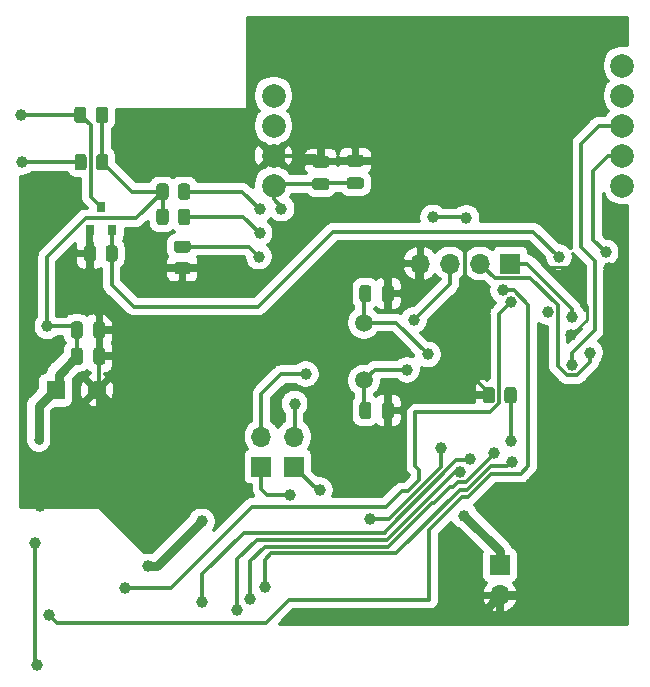
<source format=gbr>
%TF.GenerationSoftware,KiCad,Pcbnew,(5.1.12)-1*%
%TF.CreationDate,2023-01-08T12:27:17+03:00*%
%TF.ProjectId,windows_sensor_project,77696e64-6f77-4735-9f73-656e736f725f,rev?*%
%TF.SameCoordinates,Original*%
%TF.FileFunction,Copper,L2,Bot*%
%TF.FilePolarity,Positive*%
%FSLAX46Y46*%
G04 Gerber Fmt 4.6, Leading zero omitted, Abs format (unit mm)*
G04 Created by KiCad (PCBNEW (5.1.12)-1) date 2023-01-08 12:27:17*
%MOMM*%
%LPD*%
G01*
G04 APERTURE LIST*
%TA.AperFunction,ComponentPad*%
%ADD10C,1.600000*%
%TD*%
%TA.AperFunction,ComponentPad*%
%ADD11R,1.600000X1.600000*%
%TD*%
%TA.AperFunction,ComponentPad*%
%ADD12R,1.700000X1.700000*%
%TD*%
%TA.AperFunction,ComponentPad*%
%ADD13O,1.700000X1.700000*%
%TD*%
%TA.AperFunction,SMDPad,CuDef*%
%ADD14R,0.800000X0.900000*%
%TD*%
%TA.AperFunction,ComponentPad*%
%ADD15C,2.000000*%
%TD*%
%TA.AperFunction,ComponentPad*%
%ADD16C,1.500000*%
%TD*%
%TA.AperFunction,ViaPad*%
%ADD17C,1.000000*%
%TD*%
%TA.AperFunction,ViaPad*%
%ADD18C,0.800000*%
%TD*%
%TA.AperFunction,Conductor*%
%ADD19C,0.300000*%
%TD*%
%TA.AperFunction,Conductor*%
%ADD20C,0.800000*%
%TD*%
%TA.AperFunction,Conductor*%
%ADD21C,0.250000*%
%TD*%
%TA.AperFunction,Conductor*%
%ADD22C,0.100000*%
%TD*%
G04 APERTURE END LIST*
D10*
%TO.P,C16,2*%
%TO.N,GND*%
X106760000Y-92785000D03*
D11*
%TO.P,C16,1*%
%TO.N,3.3v*%
X103260000Y-92785000D03*
%TD*%
%TO.P,C7,2*%
%TO.N,GND*%
%TA.AperFunction,SMDPad,CuDef*%
G36*
G01*
X130885000Y-85085000D02*
X130885000Y-84135000D01*
G75*
G02*
X131135000Y-83885000I250000J0D01*
G01*
X131635000Y-83885000D01*
G75*
G02*
X131885000Y-84135000I0J-250000D01*
G01*
X131885000Y-85085000D01*
G75*
G02*
X131635000Y-85335000I-250000J0D01*
G01*
X131135000Y-85335000D01*
G75*
G02*
X130885000Y-85085000I0J250000D01*
G01*
G37*
%TD.AperFunction*%
%TO.P,C7,1*%
%TO.N,PD0*%
%TA.AperFunction,SMDPad,CuDef*%
G36*
G01*
X128985000Y-85085000D02*
X128985000Y-84135000D01*
G75*
G02*
X129235000Y-83885000I250000J0D01*
G01*
X129735000Y-83885000D01*
G75*
G02*
X129985000Y-84135000I0J-250000D01*
G01*
X129985000Y-85085000D01*
G75*
G02*
X129735000Y-85335000I-250000J0D01*
G01*
X129235000Y-85335000D01*
G75*
G02*
X128985000Y-85085000I0J250000D01*
G01*
G37*
%TD.AperFunction*%
%TD*%
%TO.P,C8,1*%
%TO.N,PD1*%
%TA.AperFunction,SMDPad,CuDef*%
G36*
G01*
X128985000Y-94985000D02*
X128985000Y-94035000D01*
G75*
G02*
X129235000Y-93785000I250000J0D01*
G01*
X129735000Y-93785000D01*
G75*
G02*
X129985000Y-94035000I0J-250000D01*
G01*
X129985000Y-94985000D01*
G75*
G02*
X129735000Y-95235000I-250000J0D01*
G01*
X129235000Y-95235000D01*
G75*
G02*
X128985000Y-94985000I0J250000D01*
G01*
G37*
%TD.AperFunction*%
%TO.P,C8,2*%
%TO.N,GND*%
%TA.AperFunction,SMDPad,CuDef*%
G36*
G01*
X130885000Y-94985000D02*
X130885000Y-94035000D01*
G75*
G02*
X131135000Y-93785000I250000J0D01*
G01*
X131635000Y-93785000D01*
G75*
G02*
X131885000Y-94035000I0J-250000D01*
G01*
X131885000Y-94985000D01*
G75*
G02*
X131635000Y-95235000I-250000J0D01*
G01*
X131135000Y-95235000D01*
G75*
G02*
X130885000Y-94985000I0J250000D01*
G01*
G37*
%TD.AperFunction*%
%TD*%
%TO.P,C12,2*%
%TO.N,GND*%
%TA.AperFunction,SMDPad,CuDef*%
G36*
G01*
X126185000Y-73935000D02*
X125235000Y-73935000D01*
G75*
G02*
X124985000Y-73685000I0J250000D01*
G01*
X124985000Y-73185000D01*
G75*
G02*
X125235000Y-72935000I250000J0D01*
G01*
X126185000Y-72935000D01*
G75*
G02*
X126435000Y-73185000I0J-250000D01*
G01*
X126435000Y-73685000D01*
G75*
G02*
X126185000Y-73935000I-250000J0D01*
G01*
G37*
%TD.AperFunction*%
%TO.P,C12,1*%
%TO.N,5v*%
%TA.AperFunction,SMDPad,CuDef*%
G36*
G01*
X126185000Y-75835000D02*
X125235000Y-75835000D01*
G75*
G02*
X124985000Y-75585000I0J250000D01*
G01*
X124985000Y-75085000D01*
G75*
G02*
X125235000Y-74835000I250000J0D01*
G01*
X126185000Y-74835000D01*
G75*
G02*
X126435000Y-75085000I0J-250000D01*
G01*
X126435000Y-75585000D01*
G75*
G02*
X126185000Y-75835000I-250000J0D01*
G01*
G37*
%TD.AperFunction*%
%TD*%
%TO.P,C13,1*%
%TO.N,5v*%
%TA.AperFunction,SMDPad,CuDef*%
G36*
G01*
X129110000Y-75760000D02*
X128160000Y-75760000D01*
G75*
G02*
X127910000Y-75510000I0J250000D01*
G01*
X127910000Y-75010000D01*
G75*
G02*
X128160000Y-74760000I250000J0D01*
G01*
X129110000Y-74760000D01*
G75*
G02*
X129360000Y-75010000I0J-250000D01*
G01*
X129360000Y-75510000D01*
G75*
G02*
X129110000Y-75760000I-250000J0D01*
G01*
G37*
%TD.AperFunction*%
%TO.P,C13,2*%
%TO.N,GND*%
%TA.AperFunction,SMDPad,CuDef*%
G36*
G01*
X129110000Y-73860000D02*
X128160000Y-73860000D01*
G75*
G02*
X127910000Y-73610000I0J250000D01*
G01*
X127910000Y-73110000D01*
G75*
G02*
X128160000Y-72860000I250000J0D01*
G01*
X129110000Y-72860000D01*
G75*
G02*
X129360000Y-73110000I0J-250000D01*
G01*
X129360000Y-73610000D01*
G75*
G02*
X129110000Y-73860000I-250000J0D01*
G01*
G37*
%TD.AperFunction*%
%TD*%
%TO.P,C14,1*%
%TO.N,GND*%
%TA.AperFunction,SMDPad,CuDef*%
G36*
G01*
X107460000Y-89435000D02*
X107460000Y-90385000D01*
G75*
G02*
X107210000Y-90635000I-250000J0D01*
G01*
X106710000Y-90635000D01*
G75*
G02*
X106460000Y-90385000I0J250000D01*
G01*
X106460000Y-89435000D01*
G75*
G02*
X106710000Y-89185000I250000J0D01*
G01*
X107210000Y-89185000D01*
G75*
G02*
X107460000Y-89435000I0J-250000D01*
G01*
G37*
%TD.AperFunction*%
%TO.P,C14,2*%
%TO.N,3.3v*%
%TA.AperFunction,SMDPad,CuDef*%
G36*
G01*
X105560000Y-89435000D02*
X105560000Y-90385000D01*
G75*
G02*
X105310000Y-90635000I-250000J0D01*
G01*
X104810000Y-90635000D01*
G75*
G02*
X104560000Y-90385000I0J250000D01*
G01*
X104560000Y-89435000D01*
G75*
G02*
X104810000Y-89185000I250000J0D01*
G01*
X105310000Y-89185000D01*
G75*
G02*
X105560000Y-89435000I0J-250000D01*
G01*
G37*
%TD.AperFunction*%
%TD*%
%TO.P,C15,1*%
%TO.N,3.3v*%
%TA.AperFunction,SMDPad,CuDef*%
G36*
G01*
X104560000Y-88160000D02*
X104560000Y-87210000D01*
G75*
G02*
X104810000Y-86960000I250000J0D01*
G01*
X105310000Y-86960000D01*
G75*
G02*
X105560000Y-87210000I0J-250000D01*
G01*
X105560000Y-88160000D01*
G75*
G02*
X105310000Y-88410000I-250000J0D01*
G01*
X104810000Y-88410000D01*
G75*
G02*
X104560000Y-88160000I0J250000D01*
G01*
G37*
%TD.AperFunction*%
%TO.P,C15,2*%
%TO.N,GND*%
%TA.AperFunction,SMDPad,CuDef*%
G36*
G01*
X106460000Y-88160000D02*
X106460000Y-87210000D01*
G75*
G02*
X106710000Y-86960000I250000J0D01*
G01*
X107210000Y-86960000D01*
G75*
G02*
X107460000Y-87210000I0J-250000D01*
G01*
X107460000Y-88160000D01*
G75*
G02*
X107210000Y-88410000I-250000J0D01*
G01*
X106710000Y-88410000D01*
G75*
G02*
X106460000Y-88160000I0J250000D01*
G01*
G37*
%TD.AperFunction*%
%TD*%
D12*
%TO.P,J1,1*%
%TO.N,3.3v*%
X141760000Y-82060000D03*
D13*
%TO.P,J1,2*%
%TO.N,PA13*%
X139220000Y-82060000D03*
%TO.P,J1,3*%
%TO.N,PA14*%
X136680000Y-82060000D03*
%TO.P,J1,4*%
%TO.N,GND*%
X134140000Y-82060000D03*
%TD*%
D12*
%TO.P,Rx,1*%
%TO.N,USART2_Rx*%
X120685000Y-99250000D03*
D13*
%TO.P,Rx,2*%
%TO.N,ESP_UART_Tx*%
X120685000Y-96710000D03*
%TD*%
%TO.P,Tx,2*%
%TO.N,ESP_UART_Rx*%
X123460000Y-96720000D03*
D12*
%TO.P,Tx,1*%
%TO.N,USART2_Tx*%
X123460000Y-99260000D03*
%TD*%
%TO.P,J4,1*%
%TO.N,5v*%
X140885000Y-107610000D03*
D13*
%TO.P,J4,2*%
%TO.N,GND*%
X140885000Y-110150000D03*
%TD*%
D14*
%TO.P,Q1,1*%
%TO.N,ESP8266_Reset*%
X108035000Y-79260000D03*
%TO.P,Q1,2*%
%TO.N,GND*%
X106135000Y-79260000D03*
%TO.P,Q1,3*%
%TO.N,Net-(Q1-Pad3)*%
X107085000Y-77260000D03*
%TD*%
%TO.P,R2,1*%
%TO.N,GND*%
%TA.AperFunction,SMDPad,CuDef*%
G36*
G01*
X139435000Y-93660001D02*
X139435000Y-92759999D01*
G75*
G02*
X139684999Y-92510000I249999J0D01*
G01*
X140210001Y-92510000D01*
G75*
G02*
X140460000Y-92759999I0J-249999D01*
G01*
X140460000Y-93660001D01*
G75*
G02*
X140210001Y-93910000I-249999J0D01*
G01*
X139684999Y-93910000D01*
G75*
G02*
X139435000Y-93660001I0J249999D01*
G01*
G37*
%TD.AperFunction*%
%TO.P,R2,2*%
%TO.N,BOOT1*%
%TA.AperFunction,SMDPad,CuDef*%
G36*
G01*
X141260000Y-93660001D02*
X141260000Y-92759999D01*
G75*
G02*
X141509999Y-92510000I249999J0D01*
G01*
X142035001Y-92510000D01*
G75*
G02*
X142285000Y-92759999I0J-249999D01*
G01*
X142285000Y-93660001D01*
G75*
G02*
X142035001Y-93910000I-249999J0D01*
G01*
X141509999Y-93910000D01*
G75*
G02*
X141260000Y-93660001I0J249999D01*
G01*
G37*
%TD.AperFunction*%
%TD*%
%TO.P,R7,2*%
%TO.N,GND*%
%TA.AperFunction,SMDPad,CuDef*%
G36*
G01*
X106685000Y-80759999D02*
X106685000Y-81660001D01*
G75*
G02*
X106435001Y-81910000I-249999J0D01*
G01*
X105909999Y-81910000D01*
G75*
G02*
X105660000Y-81660001I0J249999D01*
G01*
X105660000Y-80759999D01*
G75*
G02*
X105909999Y-80510000I249999J0D01*
G01*
X106435001Y-80510000D01*
G75*
G02*
X106685000Y-80759999I0J-249999D01*
G01*
G37*
%TD.AperFunction*%
%TO.P,R7,1*%
%TO.N,ESP8266_Reset*%
%TA.AperFunction,SMDPad,CuDef*%
G36*
G01*
X108510000Y-80759999D02*
X108510000Y-81660001D01*
G75*
G02*
X108260001Y-81910000I-249999J0D01*
G01*
X107734999Y-81910000D01*
G75*
G02*
X107485000Y-81660001I0J249999D01*
G01*
X107485000Y-80759999D01*
G75*
G02*
X107734999Y-80510000I249999J0D01*
G01*
X108260001Y-80510000D01*
G75*
G02*
X108510000Y-80759999I0J-249999D01*
G01*
G37*
%TD.AperFunction*%
%TD*%
%TO.P,R8,1*%
%TO.N,Net-(Q1-Pad3)*%
%TA.AperFunction,SMDPad,CuDef*%
G36*
G01*
X104847500Y-69935001D02*
X104847500Y-69034999D01*
G75*
G02*
X105097499Y-68785000I249999J0D01*
G01*
X105622501Y-68785000D01*
G75*
G02*
X105872500Y-69034999I0J-249999D01*
G01*
X105872500Y-69935001D01*
G75*
G02*
X105622501Y-70185000I-249999J0D01*
G01*
X105097499Y-70185000D01*
G75*
G02*
X104847500Y-69935001I0J249999D01*
G01*
G37*
%TD.AperFunction*%
%TO.P,R8,2*%
%TO.N,3.3v*%
%TA.AperFunction,SMDPad,CuDef*%
G36*
G01*
X106672500Y-69935001D02*
X106672500Y-69034999D01*
G75*
G02*
X106922499Y-68785000I249999J0D01*
G01*
X107447501Y-68785000D01*
G75*
G02*
X107697500Y-69034999I0J-249999D01*
G01*
X107697500Y-69935001D01*
G75*
G02*
X107447501Y-70185000I-249999J0D01*
G01*
X106922499Y-70185000D01*
G75*
G02*
X106672500Y-69935001I0J249999D01*
G01*
G37*
%TD.AperFunction*%
%TD*%
%TO.P,R9,2*%
%TO.N,3.3v*%
%TA.AperFunction,SMDPad,CuDef*%
G36*
G01*
X106685000Y-73935001D02*
X106685000Y-73034999D01*
G75*
G02*
X106934999Y-72785000I249999J0D01*
G01*
X107460001Y-72785000D01*
G75*
G02*
X107710000Y-73034999I0J-249999D01*
G01*
X107710000Y-73935001D01*
G75*
G02*
X107460001Y-74185000I-249999J0D01*
G01*
X106934999Y-74185000D01*
G75*
G02*
X106685000Y-73935001I0J249999D01*
G01*
G37*
%TD.AperFunction*%
%TO.P,R9,1*%
%TO.N,Net-(R9-Pad1)*%
%TA.AperFunction,SMDPad,CuDef*%
G36*
G01*
X104860000Y-73935001D02*
X104860000Y-73034999D01*
G75*
G02*
X105109999Y-72785000I249999J0D01*
G01*
X105635001Y-72785000D01*
G75*
G02*
X105885000Y-73034999I0J-249999D01*
G01*
X105885000Y-73935001D01*
G75*
G02*
X105635001Y-74185000I-249999J0D01*
G01*
X105109999Y-74185000D01*
G75*
G02*
X104860000Y-73935001I0J249999D01*
G01*
G37*
%TD.AperFunction*%
%TD*%
%TO.P,R10,1*%
%TO.N,3.3v*%
%TA.AperFunction,SMDPad,CuDef*%
G36*
G01*
X111797500Y-76435001D02*
X111797500Y-75534999D01*
G75*
G02*
X112047499Y-75285000I249999J0D01*
G01*
X112572501Y-75285000D01*
G75*
G02*
X112822500Y-75534999I0J-249999D01*
G01*
X112822500Y-76435001D01*
G75*
G02*
X112572501Y-76685000I-249999J0D01*
G01*
X112047499Y-76685000D01*
G75*
G02*
X111797500Y-76435001I0J249999D01*
G01*
G37*
%TD.AperFunction*%
%TO.P,R10,2*%
%TO.N,Net-(Flash1-Pad2)*%
%TA.AperFunction,SMDPad,CuDef*%
G36*
G01*
X113622500Y-76435001D02*
X113622500Y-75534999D01*
G75*
G02*
X113872499Y-75285000I249999J0D01*
G01*
X114397501Y-75285000D01*
G75*
G02*
X114647500Y-75534999I0J-249999D01*
G01*
X114647500Y-76435001D01*
G75*
G02*
X114397501Y-76685000I-249999J0D01*
G01*
X113872499Y-76685000D01*
G75*
G02*
X113622500Y-76435001I0J249999D01*
G01*
G37*
%TD.AperFunction*%
%TD*%
%TO.P,R11,2*%
%TO.N,3.3v*%
%TA.AperFunction,SMDPad,CuDef*%
G36*
G01*
X112822500Y-77659999D02*
X112822500Y-78560001D01*
G75*
G02*
X112572501Y-78810000I-249999J0D01*
G01*
X112047499Y-78810000D01*
G75*
G02*
X111797500Y-78560001I0J249999D01*
G01*
X111797500Y-77659999D01*
G75*
G02*
X112047499Y-77410000I249999J0D01*
G01*
X112572501Y-77410000D01*
G75*
G02*
X112822500Y-77659999I0J-249999D01*
G01*
G37*
%TD.AperFunction*%
%TO.P,R11,1*%
%TO.N,Net-(R11-Pad1)*%
%TA.AperFunction,SMDPad,CuDef*%
G36*
G01*
X114647500Y-77659999D02*
X114647500Y-78560001D01*
G75*
G02*
X114397501Y-78810000I-249999J0D01*
G01*
X113872499Y-78810000D01*
G75*
G02*
X113622500Y-78560001I0J249999D01*
G01*
X113622500Y-77659999D01*
G75*
G02*
X113872499Y-77410000I249999J0D01*
G01*
X114397501Y-77410000D01*
G75*
G02*
X114647500Y-77659999I0J-249999D01*
G01*
G37*
%TD.AperFunction*%
%TD*%
%TO.P,R12,1*%
%TO.N,GND*%
%TA.AperFunction,SMDPad,CuDef*%
G36*
G01*
X114435001Y-82972500D02*
X113534999Y-82972500D01*
G75*
G02*
X113285000Y-82722501I0J249999D01*
G01*
X113285000Y-82197499D01*
G75*
G02*
X113534999Y-81947500I249999J0D01*
G01*
X114435001Y-81947500D01*
G75*
G02*
X114685000Y-82197499I0J-249999D01*
G01*
X114685000Y-82722501D01*
G75*
G02*
X114435001Y-82972500I-249999J0D01*
G01*
G37*
%TD.AperFunction*%
%TO.P,R12,2*%
%TO.N,Net-(R12-Pad2)*%
%TA.AperFunction,SMDPad,CuDef*%
G36*
G01*
X114435001Y-81147500D02*
X113534999Y-81147500D01*
G75*
G02*
X113285000Y-80897501I0J249999D01*
G01*
X113285000Y-80372499D01*
G75*
G02*
X113534999Y-80122500I249999J0D01*
G01*
X114435001Y-80122500D01*
G75*
G02*
X114685000Y-80372499I0J-249999D01*
G01*
X114685000Y-80897501D01*
G75*
G02*
X114435001Y-81147500I-249999J0D01*
G01*
G37*
%TD.AperFunction*%
%TD*%
D15*
%TO.P,U4,VIN*%
%TO.N,5v*%
X121710000Y-75460000D03*
%TO.P,U4,GND*%
%TO.N,GND*%
X121710000Y-72920000D03*
%TO.P,U4,X@1*%
%TO.N,N/C*%
X121710000Y-70380000D03*
%TO.P,U4,X@2*%
X121710000Y-67840000D03*
%TO.P,U4,X@3*%
X151250000Y-75460000D03*
%TO.P,U4,RX*%
%TO.N,USART1_Tx*%
X151250000Y-72920000D03*
%TO.P,U4,TX*%
%TO.N,USART1_Rx*%
X151250000Y-70380000D03*
%TO.P,U4,X@4*%
%TO.N,N/C*%
X151250000Y-67840000D03*
%TO.P,U4,XQ5*%
X151250000Y-65300000D03*
%TD*%
D16*
%TO.P,8MHz,1*%
%TO.N,PD0*%
X129360000Y-87085000D03*
%TO.P,8MHz,2*%
%TO.N,PD1*%
X129360000Y-91965000D03*
%TD*%
D17*
%TO.N,5v*%
X122380000Y-77410000D03*
X137872500Y-103397500D03*
%TO.N,GND*%
X133835000Y-84735000D03*
X134235000Y-93060000D03*
X126460000Y-96860000D03*
X132660000Y-100010000D03*
X146935000Y-88135000D03*
X147335000Y-82135000D03*
X120460000Y-83485000D03*
X148810000Y-102535000D03*
X137010000Y-112135000D03*
X101670000Y-116030000D03*
X101510000Y-105760000D03*
X108860000Y-87685000D03*
X130085000Y-82310000D03*
X129885000Y-76685000D03*
X101935000Y-102585000D03*
X150085000Y-82460000D03*
%TO.N,3.3v*%
X146985000Y-86610000D03*
X102560000Y-87385000D03*
X129860000Y-103660000D03*
X135885000Y-97660000D03*
X138035000Y-78185000D03*
X135210000Y-78160000D03*
X115635000Y-103885000D03*
X111122500Y-107697500D03*
D18*
X101835000Y-97035000D03*
D17*
%TO.N,PD0*%
X134785000Y-89760000D03*
%TO.N,PD1*%
X133010000Y-91060000D03*
%TO.N,PA13*%
X148510000Y-89610000D03*
%TO.N,PA14*%
X144916250Y-86185000D03*
X133585000Y-86860000D03*
%TO.N,USART2_Rx*%
X123077500Y-101642500D03*
%TO.N,ESP_UART_Tx*%
X124450000Y-91420000D03*
%TO.N,ESP_UART_Rx*%
X123500000Y-93920000D03*
%TO.N,USART2_Tx*%
X125634999Y-101235001D03*
%TO.N,Net-(Q1-Pad3)*%
X100360000Y-69485000D03*
%TO.N,BOOT1*%
X141810000Y-97060000D03*
%TO.N,I2C1_SCL*%
X141810000Y-85360000D03*
X109122500Y-109522500D03*
%TO.N,I2C1_SDA*%
X141135000Y-84335000D03*
X102740000Y-111820000D03*
%TO.N,Net-(R9-Pad1)*%
X100385000Y-73485000D03*
%TO.N,Net-(R11-Pad1)*%
X120535000Y-79485000D03*
%TO.N,Net-(R12-Pad2)*%
X120460000Y-81485000D03*
%TO.N,WiFi_ok*%
X138310000Y-98635000D03*
X115660000Y-110685000D03*
%TO.N,USART1_ok*%
X137485000Y-99710000D03*
X118635000Y-111410000D03*
%TO.N,I2C_ok*%
X140335000Y-98135000D03*
X119735000Y-110485000D03*
%TO.N,Error*%
X141885000Y-98835000D03*
X121010000Y-109435000D03*
%TO.N,USART1_Tx*%
X149835000Y-81110000D03*
%TO.N,USART1_Rx*%
X146985000Y-90685000D03*
%TO.N,ESP8266_Reset*%
X145860000Y-81510000D03*
%TO.N,Net-(Flash1-Pad2)*%
X120560000Y-77485000D03*
%TD*%
D19*
%TO.N,5v*%
X125785000Y-75260000D02*
X125710000Y-75335000D01*
X128635000Y-75260000D02*
X125785000Y-75260000D01*
X121835000Y-75335000D02*
X121710000Y-75460000D01*
X125710000Y-75335000D02*
X121835000Y-75335000D01*
X121710000Y-76635000D02*
X122485000Y-77410000D01*
X121710000Y-75460000D02*
X121710000Y-76635000D01*
D20*
X140885000Y-106410000D02*
X137872500Y-103397500D01*
X140885000Y-107610000D02*
X140885000Y-106410000D01*
D19*
%TO.N,GND*%
X133710000Y-84610000D02*
X133835000Y-84735000D01*
X131385000Y-84610000D02*
X133710000Y-84610000D01*
X132785000Y-94510000D02*
X134235000Y-93060000D01*
X131385000Y-94510000D02*
X132785000Y-94510000D01*
X126460000Y-96860000D02*
X130210000Y-96860000D01*
X131385000Y-95685000D02*
X131385000Y-94510000D01*
X130210000Y-96860000D02*
X131385000Y-95685000D01*
X133210000Y-94085000D02*
X134235000Y-93060000D01*
X119435000Y-82460000D02*
X120460000Y-83485000D01*
X113985000Y-82460000D02*
X119435000Y-82460000D01*
X106135000Y-81172500D02*
X106172500Y-81210000D01*
X106135000Y-79260000D02*
X106135000Y-81172500D01*
D20*
X138900000Y-112135000D02*
X140885000Y-110150000D01*
X137010000Y-112135000D02*
X138900000Y-112135000D01*
X148810000Y-102535000D02*
X148810000Y-106485000D01*
X145145000Y-110150000D02*
X140885000Y-110150000D01*
X148810000Y-106485000D02*
X145145000Y-110150000D01*
D19*
X125195000Y-72920000D02*
X125710000Y-73435000D01*
X121710000Y-72920000D02*
X125195000Y-72920000D01*
X128560000Y-73435000D02*
X128635000Y-73360000D01*
X125710000Y-73435000D02*
X128560000Y-73435000D01*
X133835000Y-82365000D02*
X134140000Y-82060000D01*
X133835000Y-84735000D02*
X133835000Y-82365000D01*
X129760000Y-73360000D02*
X128635000Y-73360000D01*
X106172500Y-84997500D02*
X108860000Y-87685000D01*
X106172500Y-81210000D02*
X106172500Y-84997500D01*
X134385000Y-93210000D02*
X134235000Y-93060000D01*
X139947500Y-93210000D02*
X134385000Y-93210000D01*
X120460000Y-83485000D02*
X123760000Y-80185000D01*
X123760000Y-77411474D02*
X124486474Y-76685000D01*
X123760000Y-80185000D02*
X123760000Y-77411474D01*
X124486474Y-76685000D02*
X129885000Y-76685000D01*
X129885000Y-76685000D02*
X129885000Y-76685000D01*
X130185000Y-73785000D02*
X129760000Y-73360000D01*
X130185000Y-76385000D02*
X130185000Y-73785000D01*
X131385000Y-84610000D02*
X131385000Y-83610000D01*
X131385000Y-83610000D02*
X130085000Y-82310000D01*
X130085000Y-82310000D02*
X130085000Y-82310000D01*
X129885000Y-76685000D02*
X130185000Y-76385000D01*
X132785000Y-94877890D02*
X132785000Y-94510000D01*
X132660000Y-95002890D02*
X132785000Y-94877890D01*
X132660000Y-100010000D02*
X132660000Y-95002890D01*
X134140000Y-80855000D02*
X134140000Y-82060000D01*
X134635000Y-80360000D02*
X134140000Y-80855000D01*
X137880001Y-80405001D02*
X137835000Y-80360000D01*
X137880001Y-90980001D02*
X137880001Y-80405001D01*
X139947500Y-93047500D02*
X137880001Y-90980001D01*
X137835000Y-80360000D02*
X134635000Y-80360000D01*
X139947500Y-93210000D02*
X139947500Y-93047500D01*
X143060000Y-80360000D02*
X137835000Y-80360000D01*
X106960000Y-87685000D02*
X108860000Y-87685000D01*
X106960000Y-87685000D02*
X106960000Y-89910000D01*
X106960000Y-92385000D02*
X107010000Y-92435000D01*
X106960000Y-89910000D02*
X106960000Y-92385000D01*
D20*
X101935000Y-102585000D02*
X101935000Y-99710000D01*
X107010000Y-94635000D02*
X107010000Y-92435000D01*
X101935000Y-99710000D02*
X107010000Y-94635000D01*
D21*
X143060000Y-80360000D02*
X143085000Y-80360000D01*
X143085000Y-80360000D02*
X145060001Y-82335001D01*
X147134999Y-82335001D02*
X147335000Y-82135000D01*
X145060001Y-82335001D02*
X147134999Y-82335001D01*
X146935000Y-88135000D02*
X148260000Y-86810000D01*
X148260000Y-86810000D02*
X148260000Y-85685000D01*
X147335000Y-84760000D02*
X147335000Y-82135000D01*
X148260000Y-85685000D02*
X147335000Y-84760000D01*
D19*
X148810000Y-102535000D02*
X148810000Y-91660000D01*
X148810000Y-91660000D02*
X149810000Y-90660000D01*
X149810000Y-90660000D02*
X149810000Y-82735000D01*
X149810000Y-82735000D02*
X150085000Y-82460000D01*
X150085000Y-82460000D02*
X150085000Y-82460000D01*
X101510000Y-115870000D02*
X101670000Y-116030000D01*
X101510000Y-105760000D02*
X101510000Y-115870000D01*
%TO.N,3.3v*%
X112310000Y-75985000D02*
X112310000Y-78110000D01*
X107185000Y-73472500D02*
X107197500Y-73485000D01*
X107185000Y-69485000D02*
X107185000Y-73472500D01*
X109697500Y-75985000D02*
X107197500Y-73485000D01*
X112310000Y-75985000D02*
X109697500Y-75985000D01*
X143142106Y-82060000D02*
X141760000Y-82060000D01*
X146985000Y-85902894D02*
X143142106Y-82060000D01*
X146985000Y-86610000D02*
X146985000Y-85902894D01*
X102515003Y-81529997D02*
X105810000Y-78235000D01*
X102515003Y-87340003D02*
X102560000Y-87385000D01*
X102515003Y-81529997D02*
X102515003Y-87340003D01*
X110060000Y-78235000D02*
X112310000Y-75985000D01*
X105824996Y-78235000D02*
X110060000Y-78235000D01*
X138010000Y-78160000D02*
X138035000Y-78185000D01*
X135210000Y-78160000D02*
X138010000Y-78160000D01*
X135885000Y-99250122D02*
X135885000Y-97660000D01*
X131475122Y-103660000D02*
X135885000Y-99250122D01*
X129860000Y-103660000D02*
X131475122Y-103660000D01*
X115635000Y-103885000D02*
X115635000Y-103885000D01*
X102560000Y-87385000D02*
X104760000Y-87385000D01*
X105060000Y-87685000D02*
X105060000Y-89910000D01*
D20*
X103510000Y-91460000D02*
X105060000Y-89910000D01*
X103510000Y-92435000D02*
X103510000Y-91460000D01*
X111822500Y-107697500D02*
X115635000Y-103885000D01*
X111122500Y-107697500D02*
X111822500Y-107697500D01*
X101835000Y-94110000D02*
X103510000Y-92435000D01*
X101835000Y-97035000D02*
X101835000Y-94110000D01*
D19*
%TO.N,PD0*%
X132110000Y-87085000D02*
X134785000Y-89760000D01*
X129360000Y-87085000D02*
X132110000Y-87085000D01*
X129360000Y-84735000D02*
X129485000Y-84610000D01*
X129360000Y-87085000D02*
X129360000Y-84735000D01*
%TO.N,PD1*%
X129360000Y-94385000D02*
X129485000Y-94510000D01*
X129360000Y-91965000D02*
X129360000Y-94385000D01*
X130265000Y-91060000D02*
X129360000Y-91965000D01*
X133010000Y-91060000D02*
X130265000Y-91060000D01*
%TO.N,PA13*%
X140420001Y-83260001D02*
X139220000Y-82060000D01*
X143418003Y-83260001D02*
X140420001Y-83260001D01*
X145766251Y-85608249D02*
X143418003Y-83260001D01*
X145766251Y-90724253D02*
X145766251Y-85608249D01*
X146576999Y-91535001D02*
X145766251Y-90724253D01*
X148510000Y-90418002D02*
X147393001Y-91535001D01*
X147393001Y-91535001D02*
X146576999Y-91535001D01*
X148510000Y-89610000D02*
X148510000Y-90418002D01*
%TO.N,PA14*%
X136680000Y-83765000D02*
X136680000Y-82060000D01*
X133585000Y-86860000D02*
X136680000Y-83765000D01*
%TO.N,USART2_Rx*%
X123077500Y-101642500D02*
X121142500Y-101642500D01*
X120685000Y-101185000D02*
X120685000Y-99250000D01*
X121142500Y-101642500D02*
X120685000Y-101185000D01*
%TO.N,ESP_UART_Tx*%
X120685000Y-96710000D02*
X120685000Y-93095000D01*
X122360000Y-91420000D02*
X124450000Y-91420000D01*
X120685000Y-93095000D02*
X122360000Y-91420000D01*
%TO.N,ESP_UART_Rx*%
X123500000Y-96680000D02*
X123460000Y-96720000D01*
X123500000Y-93920000D02*
X123500000Y-96680000D01*
%TO.N,USART2_Tx*%
X125435001Y-101235001D02*
X123460000Y-99260000D01*
X125634999Y-101235001D02*
X125435001Y-101235001D01*
%TO.N,Net-(Q1-Pad3)*%
X100360000Y-69485000D02*
X105360000Y-69485000D01*
X106235010Y-70360010D02*
X105360000Y-69485000D01*
X106235010Y-76410010D02*
X106235010Y-70360010D01*
X107085000Y-77260000D02*
X106235010Y-76410010D01*
%TO.N,BOOT1*%
X141772500Y-97022500D02*
X141810000Y-97060000D01*
X141772500Y-93210000D02*
X141772500Y-97022500D01*
%TO.N,I2C1_SCL*%
X140810010Y-86359990D02*
X141810000Y-85360000D01*
X140058546Y-94660000D02*
X140810010Y-93908536D01*
X133710010Y-94660000D02*
X140058546Y-94660000D01*
X133710010Y-99202008D02*
X133710010Y-94660000D01*
X134060001Y-99551999D02*
X133710010Y-99202008D01*
X133093002Y-101335000D02*
X134060001Y-100368001D01*
X132593002Y-101335000D02*
X133093002Y-101335000D01*
X131268002Y-102660000D02*
X132593002Y-101335000D01*
X119885000Y-102660000D02*
X131268002Y-102660000D01*
X140810010Y-93908536D02*
X140810010Y-86359990D01*
X113022500Y-109522500D02*
X119885000Y-102660000D01*
X134060001Y-100368001D02*
X134060001Y-99551999D01*
X109122500Y-109522500D02*
X113022500Y-109522500D01*
%TO.N,I2C1_SDA*%
X143260000Y-85551998D02*
X143260000Y-99235000D01*
X142043002Y-84335000D02*
X143260000Y-85551998D01*
X141135000Y-84335000D02*
X142043002Y-84335000D01*
X143260000Y-99235000D02*
X142635000Y-99860000D01*
X140149240Y-99860000D02*
X138199240Y-101810000D01*
X142635000Y-99860000D02*
X140149240Y-99860000D01*
X138199240Y-101810000D02*
X137685000Y-101810000D01*
X134885000Y-104610000D02*
X134885000Y-110535000D01*
X137685000Y-101810000D02*
X134885000Y-104610000D01*
X134885000Y-110535000D02*
X122985000Y-110535000D01*
X122985000Y-110535000D02*
X121030000Y-112490000D01*
X103410000Y-112490000D02*
X102740000Y-111820000D01*
X121030000Y-112490000D02*
X103410000Y-112490000D01*
%TO.N,Net-(R9-Pad1)*%
X100385000Y-73485000D02*
X105372500Y-73485000D01*
%TO.N,Net-(R11-Pad1)*%
X114185000Y-78060000D02*
X114135000Y-78110000D01*
X119160000Y-78110000D02*
X120535000Y-79485000D01*
X114135000Y-78110000D02*
X119160000Y-78110000D01*
%TO.N,Net-(R12-Pad2)*%
X113985000Y-80635000D02*
X114060000Y-80635000D01*
X119610000Y-80635000D02*
X120460000Y-81485000D01*
X113985000Y-80635000D02*
X119610000Y-80635000D01*
%TO.N,WiFi_ok*%
X138185000Y-98735000D02*
X137260000Y-98735000D01*
X137185000Y-98735000D02*
X131085000Y-104835000D01*
X131160000Y-104835000D02*
X119210000Y-104835000D01*
X115660000Y-108385000D02*
X115660000Y-110685000D01*
X119210000Y-104835000D02*
X115660000Y-108385000D01*
%TO.N,USART1_ok*%
X120285000Y-105435000D02*
X118635000Y-107085000D01*
X131335000Y-105435000D02*
X120285000Y-105435000D01*
X137060000Y-99710000D02*
X131335000Y-105435000D01*
X118635000Y-107085000D02*
X118635000Y-111410000D01*
X137485000Y-99710000D02*
X137060000Y-99710000D01*
%TO.N,I2C_ok*%
X131442120Y-106035000D02*
X120960000Y-106035000D01*
X135285000Y-102335000D02*
X135142120Y-102335000D01*
X120960000Y-106035000D02*
X119735000Y-107260000D01*
X135142120Y-102335000D02*
X131442120Y-106035000D01*
X136610000Y-101010000D02*
X135285000Y-102335000D01*
X119735000Y-107260000D02*
X119735000Y-110485000D01*
X136885000Y-101010000D02*
X136610000Y-101010000D01*
X137334999Y-100560001D02*
X136885000Y-101010000D01*
X138034999Y-100560001D02*
X137334999Y-100560001D01*
X140485000Y-98110000D02*
X138034999Y-100560001D01*
%TO.N,Error*%
X120985000Y-109410000D02*
X121010000Y-109435000D01*
X120985000Y-107135000D02*
X120985000Y-109410000D01*
X121510000Y-106610000D02*
X120985000Y-107135000D01*
X132085000Y-106610000D02*
X121510000Y-106610000D01*
X137485000Y-101210000D02*
X132085000Y-106610000D01*
X138092120Y-101210000D02*
X137485000Y-101210000D01*
X140092120Y-99210000D02*
X138092120Y-101210000D01*
X141510000Y-99210000D02*
X140092120Y-99210000D01*
X141885000Y-98835000D02*
X141510000Y-99210000D01*
%TO.N,USART1_Tx*%
X151250000Y-72920000D02*
X151250000Y-72920000D01*
X150050000Y-72920000D02*
X151250000Y-72920000D01*
X148760000Y-74210000D02*
X150050000Y-72920000D01*
X148760000Y-80035000D02*
X148760000Y-74210000D01*
X149835000Y-81110000D02*
X148760000Y-80035000D01*
%TO.N,USART1_Rx*%
X146985000Y-90685000D02*
X146985000Y-89635000D01*
X147760000Y-80110000D02*
X147760000Y-71910000D01*
X149290000Y-70380000D02*
X151250000Y-70380000D01*
X147760000Y-71910000D02*
X149290000Y-70380000D01*
X148960000Y-87660000D02*
X146985000Y-89635000D01*
X148960000Y-81860000D02*
X148960000Y-87660000D01*
X147760000Y-80660000D02*
X148960000Y-81860000D01*
X147760000Y-80110000D02*
X147760000Y-80660000D01*
%TO.N,ESP8266_Reset*%
X108035000Y-81172500D02*
X107997500Y-81210000D01*
X108035000Y-79260000D02*
X108035000Y-81172500D01*
X107997500Y-81210000D02*
X107997500Y-83847500D01*
X107997500Y-83847500D02*
X109860000Y-85710000D01*
X109860000Y-85710000D02*
X120435000Y-85710000D01*
X120435000Y-85710000D02*
X126785000Y-79360000D01*
X126785000Y-79360000D02*
X143710000Y-79360000D01*
X143710000Y-79360000D02*
X145860000Y-81510000D01*
X145860000Y-81510000D02*
X145860000Y-81510000D01*
%TO.N,Net-(Flash1-Pad2)*%
X120485000Y-77410000D02*
X120560000Y-77485000D01*
X119060000Y-75985000D02*
X120560000Y-77485000D01*
X114135000Y-75985000D02*
X119060000Y-75985000D01*
%TD*%
%TO.N,GND*%
X149699170Y-76288936D02*
X149890686Y-76575560D01*
X150134440Y-76819314D01*
X150421064Y-77010830D01*
X150739544Y-77142749D01*
X151077640Y-77210000D01*
X151422360Y-77210000D01*
X151660001Y-77162731D01*
X151660000Y-112570000D01*
X122222792Y-112570000D01*
X123357792Y-111435000D01*
X134840794Y-111435000D01*
X134885000Y-111439354D01*
X135061431Y-111421977D01*
X135231081Y-111370514D01*
X135387432Y-111286943D01*
X135524475Y-111174475D01*
X135636943Y-111037432D01*
X135720514Y-110881081D01*
X135771977Y-110711431D01*
X135785000Y-110579207D01*
X135788138Y-110547346D01*
X139335124Y-110547346D01*
X139375567Y-110680686D01*
X139508102Y-110964965D01*
X139693550Y-111217925D01*
X139924785Y-111429846D01*
X140192921Y-111592583D01*
X140487653Y-111699882D01*
X140735000Y-111555459D01*
X140735000Y-110300000D01*
X141035000Y-110300000D01*
X141035000Y-111555459D01*
X141282347Y-111699882D01*
X141577079Y-111592583D01*
X141845215Y-111429846D01*
X142076450Y-111217925D01*
X142261898Y-110964965D01*
X142394433Y-110680686D01*
X142434876Y-110547346D01*
X142289513Y-110300000D01*
X141035000Y-110300000D01*
X140735000Y-110300000D01*
X139480487Y-110300000D01*
X139335124Y-110547346D01*
X135788138Y-110547346D01*
X135789354Y-110535000D01*
X135785000Y-110490793D01*
X135785000Y-104982792D01*
X136770144Y-103997648D01*
X136901562Y-104194328D01*
X137075672Y-104368438D01*
X137280403Y-104505235D01*
X137405855Y-104557199D01*
X139334437Y-106485782D01*
X139295853Y-106612974D01*
X139281372Y-106760000D01*
X139281372Y-108460000D01*
X139295853Y-108607026D01*
X139338739Y-108748401D01*
X139408381Y-108878693D01*
X139502105Y-108992895D01*
X139616307Y-109086619D01*
X139669410Y-109115003D01*
X139508102Y-109335035D01*
X139375567Y-109619314D01*
X139335124Y-109752654D01*
X139480487Y-110000000D01*
X140735000Y-110000000D01*
X140735000Y-109980000D01*
X141035000Y-109980000D01*
X141035000Y-110000000D01*
X142289513Y-110000000D01*
X142434876Y-109752654D01*
X142394433Y-109619314D01*
X142261898Y-109335035D01*
X142100590Y-109115003D01*
X142153693Y-109086619D01*
X142267895Y-108992895D01*
X142361619Y-108878693D01*
X142431261Y-108748401D01*
X142474147Y-108607026D01*
X142488628Y-108460000D01*
X142488628Y-106760000D01*
X142474147Y-106612974D01*
X142431261Y-106471599D01*
X142361619Y-106341307D01*
X142267895Y-106227105D01*
X142153693Y-106133381D01*
X142023401Y-106063739D01*
X141977484Y-106049810D01*
X141952602Y-105967785D01*
X141845816Y-105768003D01*
X141794641Y-105705646D01*
X141738118Y-105636772D01*
X141738115Y-105636769D01*
X141702107Y-105592893D01*
X141658230Y-105556884D01*
X139032199Y-102930855D01*
X138980235Y-102805403D01*
X138843438Y-102600672D01*
X138758265Y-102515499D01*
X138838715Y-102449475D01*
X138866897Y-102415135D01*
X140522032Y-100760000D01*
X142590794Y-100760000D01*
X142635000Y-100764354D01*
X142679206Y-100760000D01*
X142679207Y-100760000D01*
X142811431Y-100746977D01*
X142981081Y-100695514D01*
X143137432Y-100611943D01*
X143274475Y-100499475D01*
X143302657Y-100465135D01*
X143865135Y-99902657D01*
X143899475Y-99874475D01*
X144011943Y-99737432D01*
X144095514Y-99581081D01*
X144146977Y-99411431D01*
X144160000Y-99279207D01*
X144160000Y-99279198D01*
X144164353Y-99235001D01*
X144160000Y-99190804D01*
X144160000Y-87183051D01*
X144324153Y-87292735D01*
X144551639Y-87386963D01*
X144793136Y-87435000D01*
X144866252Y-87435000D01*
X144866251Y-90680046D01*
X144861897Y-90724253D01*
X144866251Y-90768459D01*
X144879274Y-90900683D01*
X144930737Y-91070333D01*
X145014308Y-91226684D01*
X145126776Y-91363728D01*
X145161116Y-91391910D01*
X145909342Y-92140136D01*
X145937524Y-92174476D01*
X146074567Y-92286944D01*
X146230918Y-92370515D01*
X146396734Y-92420815D01*
X146400568Y-92421978D01*
X146576999Y-92439355D01*
X146621206Y-92435001D01*
X147348795Y-92435001D01*
X147393001Y-92439355D01*
X147437207Y-92435001D01*
X147437208Y-92435001D01*
X147569432Y-92421978D01*
X147739082Y-92370515D01*
X147895433Y-92286944D01*
X148032476Y-92174476D01*
X148060658Y-92140136D01*
X149115140Y-91085655D01*
X149149475Y-91057477D01*
X149182050Y-91017785D01*
X149243763Y-90942586D01*
X149261943Y-90920434D01*
X149345514Y-90764083D01*
X149396977Y-90594433D01*
X149408300Y-90479466D01*
X149480938Y-90406828D01*
X149617735Y-90202097D01*
X149711963Y-89974611D01*
X149760000Y-89733114D01*
X149760000Y-89486886D01*
X149711963Y-89245389D01*
X149617735Y-89017903D01*
X149480938Y-88813172D01*
X149306828Y-88639062D01*
X149274998Y-88617794D01*
X149565135Y-88327657D01*
X149599475Y-88299475D01*
X149711943Y-88162432D01*
X149795514Y-88006081D01*
X149846977Y-87836431D01*
X149860000Y-87704207D01*
X149864354Y-87660000D01*
X149860000Y-87615793D01*
X149860000Y-82360000D01*
X149958114Y-82360000D01*
X150199611Y-82311963D01*
X150427097Y-82217735D01*
X150631828Y-82080938D01*
X150805938Y-81906828D01*
X150942735Y-81702097D01*
X151036963Y-81474611D01*
X151085000Y-81233114D01*
X151085000Y-80986886D01*
X151036963Y-80745389D01*
X150942735Y-80517903D01*
X150805938Y-80313172D01*
X150631828Y-80139062D01*
X150427097Y-80002265D01*
X150199611Y-79908037D01*
X149958114Y-79860000D01*
X149857792Y-79860000D01*
X149660000Y-79662208D01*
X149660000Y-76194371D01*
X149699170Y-76288936D01*
%TA.AperFunction,Conductor*%
D22*
G36*
X149699170Y-76288936D02*
G01*
X149890686Y-76575560D01*
X150134440Y-76819314D01*
X150421064Y-77010830D01*
X150739544Y-77142749D01*
X151077640Y-77210000D01*
X151422360Y-77210000D01*
X151660001Y-77162731D01*
X151660000Y-112570000D01*
X122222792Y-112570000D01*
X123357792Y-111435000D01*
X134840794Y-111435000D01*
X134885000Y-111439354D01*
X135061431Y-111421977D01*
X135231081Y-111370514D01*
X135387432Y-111286943D01*
X135524475Y-111174475D01*
X135636943Y-111037432D01*
X135720514Y-110881081D01*
X135771977Y-110711431D01*
X135785000Y-110579207D01*
X135788138Y-110547346D01*
X139335124Y-110547346D01*
X139375567Y-110680686D01*
X139508102Y-110964965D01*
X139693550Y-111217925D01*
X139924785Y-111429846D01*
X140192921Y-111592583D01*
X140487653Y-111699882D01*
X140735000Y-111555459D01*
X140735000Y-110300000D01*
X141035000Y-110300000D01*
X141035000Y-111555459D01*
X141282347Y-111699882D01*
X141577079Y-111592583D01*
X141845215Y-111429846D01*
X142076450Y-111217925D01*
X142261898Y-110964965D01*
X142394433Y-110680686D01*
X142434876Y-110547346D01*
X142289513Y-110300000D01*
X141035000Y-110300000D01*
X140735000Y-110300000D01*
X139480487Y-110300000D01*
X139335124Y-110547346D01*
X135788138Y-110547346D01*
X135789354Y-110535000D01*
X135785000Y-110490793D01*
X135785000Y-104982792D01*
X136770144Y-103997648D01*
X136901562Y-104194328D01*
X137075672Y-104368438D01*
X137280403Y-104505235D01*
X137405855Y-104557199D01*
X139334437Y-106485782D01*
X139295853Y-106612974D01*
X139281372Y-106760000D01*
X139281372Y-108460000D01*
X139295853Y-108607026D01*
X139338739Y-108748401D01*
X139408381Y-108878693D01*
X139502105Y-108992895D01*
X139616307Y-109086619D01*
X139669410Y-109115003D01*
X139508102Y-109335035D01*
X139375567Y-109619314D01*
X139335124Y-109752654D01*
X139480487Y-110000000D01*
X140735000Y-110000000D01*
X140735000Y-109980000D01*
X141035000Y-109980000D01*
X141035000Y-110000000D01*
X142289513Y-110000000D01*
X142434876Y-109752654D01*
X142394433Y-109619314D01*
X142261898Y-109335035D01*
X142100590Y-109115003D01*
X142153693Y-109086619D01*
X142267895Y-108992895D01*
X142361619Y-108878693D01*
X142431261Y-108748401D01*
X142474147Y-108607026D01*
X142488628Y-108460000D01*
X142488628Y-106760000D01*
X142474147Y-106612974D01*
X142431261Y-106471599D01*
X142361619Y-106341307D01*
X142267895Y-106227105D01*
X142153693Y-106133381D01*
X142023401Y-106063739D01*
X141977484Y-106049810D01*
X141952602Y-105967785D01*
X141845816Y-105768003D01*
X141794641Y-105705646D01*
X141738118Y-105636772D01*
X141738115Y-105636769D01*
X141702107Y-105592893D01*
X141658230Y-105556884D01*
X139032199Y-102930855D01*
X138980235Y-102805403D01*
X138843438Y-102600672D01*
X138758265Y-102515499D01*
X138838715Y-102449475D01*
X138866897Y-102415135D01*
X140522032Y-100760000D01*
X142590794Y-100760000D01*
X142635000Y-100764354D01*
X142679206Y-100760000D01*
X142679207Y-100760000D01*
X142811431Y-100746977D01*
X142981081Y-100695514D01*
X143137432Y-100611943D01*
X143274475Y-100499475D01*
X143302657Y-100465135D01*
X143865135Y-99902657D01*
X143899475Y-99874475D01*
X144011943Y-99737432D01*
X144095514Y-99581081D01*
X144146977Y-99411431D01*
X144160000Y-99279207D01*
X144160000Y-99279198D01*
X144164353Y-99235001D01*
X144160000Y-99190804D01*
X144160000Y-87183051D01*
X144324153Y-87292735D01*
X144551639Y-87386963D01*
X144793136Y-87435000D01*
X144866252Y-87435000D01*
X144866251Y-90680046D01*
X144861897Y-90724253D01*
X144866251Y-90768459D01*
X144879274Y-90900683D01*
X144930737Y-91070333D01*
X145014308Y-91226684D01*
X145126776Y-91363728D01*
X145161116Y-91391910D01*
X145909342Y-92140136D01*
X145937524Y-92174476D01*
X146074567Y-92286944D01*
X146230918Y-92370515D01*
X146396734Y-92420815D01*
X146400568Y-92421978D01*
X146576999Y-92439355D01*
X146621206Y-92435001D01*
X147348795Y-92435001D01*
X147393001Y-92439355D01*
X147437207Y-92435001D01*
X147437208Y-92435001D01*
X147569432Y-92421978D01*
X147739082Y-92370515D01*
X147895433Y-92286944D01*
X148032476Y-92174476D01*
X148060658Y-92140136D01*
X149115140Y-91085655D01*
X149149475Y-91057477D01*
X149182050Y-91017785D01*
X149243763Y-90942586D01*
X149261943Y-90920434D01*
X149345514Y-90764083D01*
X149396977Y-90594433D01*
X149408300Y-90479466D01*
X149480938Y-90406828D01*
X149617735Y-90202097D01*
X149711963Y-89974611D01*
X149760000Y-89733114D01*
X149760000Y-89486886D01*
X149711963Y-89245389D01*
X149617735Y-89017903D01*
X149480938Y-88813172D01*
X149306828Y-88639062D01*
X149274998Y-88617794D01*
X149565135Y-88327657D01*
X149599475Y-88299475D01*
X149711943Y-88162432D01*
X149795514Y-88006081D01*
X149846977Y-87836431D01*
X149860000Y-87704207D01*
X149864354Y-87660000D01*
X149860000Y-87615793D01*
X149860000Y-82360000D01*
X149958114Y-82360000D01*
X150199611Y-82311963D01*
X150427097Y-82217735D01*
X150631828Y-82080938D01*
X150805938Y-81906828D01*
X150942735Y-81702097D01*
X151036963Y-81474611D01*
X151085000Y-81233114D01*
X151085000Y-80986886D01*
X151036963Y-80745389D01*
X150942735Y-80517903D01*
X150805938Y-80313172D01*
X150631828Y-80139062D01*
X150427097Y-80002265D01*
X150199611Y-79908037D01*
X149958114Y-79860000D01*
X149857792Y-79860000D01*
X149660000Y-79662208D01*
X149660000Y-76194371D01*
X149699170Y-76288936D01*
G37*
%TD.AperFunction*%
D19*
X104275514Y-74492586D02*
X104400328Y-74644672D01*
X104552414Y-74769486D01*
X104725928Y-74862231D01*
X104914201Y-74919344D01*
X105109999Y-74938628D01*
X105335010Y-74938628D01*
X105335010Y-76365803D01*
X105330656Y-76410010D01*
X105338962Y-76494344D01*
X105348033Y-76586440D01*
X105399496Y-76756090D01*
X105483067Y-76912441D01*
X105595535Y-77049485D01*
X105629875Y-77077667D01*
X105887208Y-77335000D01*
X105854196Y-77335000D01*
X105809999Y-77330647D01*
X105633568Y-77348024D01*
X105463918Y-77399487D01*
X105307567Y-77483058D01*
X105204862Y-77567346D01*
X101909868Y-80862340D01*
X101875528Y-80890522D01*
X101763060Y-81027566D01*
X101679489Y-81183917D01*
X101641676Y-81308569D01*
X101628026Y-81353567D01*
X101610649Y-81529997D01*
X101615003Y-81574204D01*
X101615004Y-86562230D01*
X101589062Y-86588172D01*
X101452265Y-86792903D01*
X101358037Y-87020389D01*
X101310000Y-87261886D01*
X101310000Y-87508114D01*
X101358037Y-87749611D01*
X101452265Y-87977097D01*
X101589062Y-88181828D01*
X101763172Y-88355938D01*
X101967903Y-88492735D01*
X102195389Y-88586963D01*
X102436886Y-88635000D01*
X102683114Y-88635000D01*
X102924611Y-88586963D01*
X103152097Y-88492735D01*
X103356828Y-88355938D01*
X103427766Y-88285000D01*
X103818683Y-88285000D01*
X103825656Y-88355798D01*
X103882769Y-88544072D01*
X103975514Y-88717586D01*
X104041098Y-88797500D01*
X103975514Y-88877414D01*
X103882769Y-89050928D01*
X103825656Y-89239202D01*
X103806372Y-89435000D01*
X103806372Y-89537283D01*
X102736776Y-90606880D01*
X102692894Y-90642893D01*
X102549185Y-90818003D01*
X102442398Y-91017785D01*
X102376640Y-91234561D01*
X102376141Y-91239632D01*
X102312974Y-91245853D01*
X102171599Y-91288739D01*
X102041307Y-91358381D01*
X101927105Y-91452105D01*
X101833381Y-91566307D01*
X101763739Y-91696599D01*
X101720853Y-91837974D01*
X101706372Y-91985000D01*
X101706372Y-92612284D01*
X101061776Y-93256880D01*
X101017894Y-93292893D01*
X100874185Y-93468003D01*
X100767399Y-93667785D01*
X100701641Y-93884561D01*
X100679437Y-94110000D01*
X100685001Y-94166491D01*
X100685000Y-96921735D01*
X100685000Y-97148265D01*
X100696076Y-97203949D01*
X100701640Y-97260438D01*
X100718117Y-97314756D01*
X100729194Y-97370443D01*
X100750921Y-97422895D01*
X100767398Y-97477214D01*
X100794158Y-97527278D01*
X100815884Y-97579729D01*
X100847425Y-97626934D01*
X100874184Y-97676996D01*
X100910195Y-97720875D01*
X100941737Y-97768082D01*
X100981881Y-97808226D01*
X101017893Y-97852107D01*
X101061775Y-97888120D01*
X101101918Y-97928263D01*
X101149121Y-97959803D01*
X101193003Y-97995816D01*
X101243070Y-98022578D01*
X101290271Y-98054116D01*
X101342717Y-98075840D01*
X101392785Y-98102602D01*
X101447107Y-98119080D01*
X101499557Y-98140806D01*
X101555241Y-98151882D01*
X101609561Y-98168360D01*
X101666052Y-98173924D01*
X101721735Y-98185000D01*
X101778508Y-98185000D01*
X101835000Y-98190564D01*
X101891491Y-98185000D01*
X101948265Y-98185000D01*
X102003949Y-98173924D01*
X102060438Y-98168360D01*
X102114756Y-98151883D01*
X102170443Y-98140806D01*
X102222895Y-98119079D01*
X102277214Y-98102602D01*
X102327278Y-98075842D01*
X102379729Y-98054116D01*
X102426934Y-98022575D01*
X102476996Y-97995816D01*
X102520875Y-97959805D01*
X102568082Y-97928263D01*
X102608226Y-97888119D01*
X102652107Y-97852107D01*
X102688120Y-97808225D01*
X102728263Y-97768082D01*
X102759803Y-97720879D01*
X102795816Y-97676997D01*
X102822578Y-97626930D01*
X102854116Y-97579729D01*
X102875840Y-97527283D01*
X102902602Y-97477215D01*
X102919080Y-97422893D01*
X102940806Y-97370443D01*
X102951882Y-97314759D01*
X102968360Y-97260439D01*
X102973924Y-97203948D01*
X102985000Y-97148265D01*
X102985000Y-94586344D01*
X103232716Y-94338628D01*
X104060000Y-94338628D01*
X104207026Y-94324147D01*
X104348401Y-94281261D01*
X104478693Y-94211619D01*
X104592895Y-94117895D01*
X104686619Y-94003693D01*
X104756261Y-93873401D01*
X104762152Y-93853979D01*
X105903153Y-93853979D01*
X105970132Y-94127355D01*
X106247190Y-94255657D01*
X106543955Y-94327443D01*
X106849022Y-94339953D01*
X107150667Y-94292708D01*
X107437299Y-94187522D01*
X107549868Y-94127355D01*
X107616847Y-93853979D01*
X106760000Y-92997132D01*
X105903153Y-93853979D01*
X104762152Y-93853979D01*
X104799147Y-93732026D01*
X104813628Y-93585000D01*
X104813628Y-92874022D01*
X105205047Y-92874022D01*
X105252292Y-93175667D01*
X105357478Y-93462299D01*
X105417645Y-93574868D01*
X105691021Y-93641847D01*
X106547868Y-92785000D01*
X106972132Y-92785000D01*
X107828979Y-93641847D01*
X108102355Y-93574868D01*
X108230657Y-93297810D01*
X108302443Y-93001045D01*
X108314953Y-92695978D01*
X108267708Y-92394333D01*
X108162522Y-92107701D01*
X108102355Y-91995132D01*
X107828979Y-91928153D01*
X106972132Y-92785000D01*
X106547868Y-92785000D01*
X105691021Y-91928153D01*
X105417645Y-91995132D01*
X105289343Y-92272190D01*
X105217557Y-92568955D01*
X105205047Y-92874022D01*
X104813628Y-92874022D01*
X104813628Y-91985000D01*
X104799147Y-91837974D01*
X104789656Y-91806688D01*
X105207717Y-91388628D01*
X105310000Y-91388628D01*
X105505798Y-91369344D01*
X105694072Y-91312231D01*
X105867586Y-91219486D01*
X105928776Y-91169268D01*
X106041306Y-91261620D01*
X106171599Y-91331262D01*
X106199336Y-91339676D01*
X106082701Y-91382478D01*
X105970132Y-91442645D01*
X105903153Y-91716021D01*
X106760000Y-92572868D01*
X107616847Y-91716021D01*
X107549868Y-91442645D01*
X107431868Y-91388001D01*
X107460000Y-91388629D01*
X107607026Y-91374148D01*
X107748401Y-91331262D01*
X107878694Y-91261620D01*
X107992896Y-91167896D01*
X108086620Y-91053694D01*
X108156262Y-90923401D01*
X108199148Y-90782026D01*
X108213629Y-90635000D01*
X108210000Y-90247500D01*
X108022500Y-90060000D01*
X107110000Y-90060000D01*
X107110000Y-90080000D01*
X106810000Y-90080000D01*
X106810000Y-90060000D01*
X106790000Y-90060000D01*
X106790000Y-89760000D01*
X106810000Y-89760000D01*
X106810000Y-87835000D01*
X107110000Y-87835000D01*
X107110000Y-89760000D01*
X108022500Y-89760000D01*
X108210000Y-89572500D01*
X108213629Y-89185000D01*
X108199148Y-89037974D01*
X108156262Y-88896599D01*
X108103293Y-88797500D01*
X108156262Y-88698401D01*
X108199148Y-88557026D01*
X108213629Y-88410000D01*
X108210000Y-88022500D01*
X108022500Y-87835000D01*
X107110000Y-87835000D01*
X106810000Y-87835000D01*
X106790000Y-87835000D01*
X106790000Y-87535000D01*
X106810000Y-87535000D01*
X106810000Y-86397500D01*
X107110000Y-86397500D01*
X107110000Y-87535000D01*
X108022500Y-87535000D01*
X108210000Y-87347500D01*
X108213629Y-86960000D01*
X108199148Y-86812974D01*
X108156262Y-86671599D01*
X108086620Y-86541306D01*
X107992896Y-86427104D01*
X107878694Y-86333380D01*
X107748401Y-86263738D01*
X107607026Y-86220852D01*
X107460000Y-86206371D01*
X107297500Y-86210000D01*
X107110000Y-86397500D01*
X106810000Y-86397500D01*
X106622500Y-86210000D01*
X106460000Y-86206371D01*
X106312974Y-86220852D01*
X106171599Y-86263738D01*
X106041306Y-86333380D01*
X105928776Y-86425732D01*
X105867586Y-86375514D01*
X105694072Y-86282769D01*
X105505798Y-86225656D01*
X105310000Y-86206372D01*
X104810000Y-86206372D01*
X104614202Y-86225656D01*
X104425928Y-86282769D01*
X104252414Y-86375514D01*
X104119005Y-86485000D01*
X103427766Y-86485000D01*
X103415003Y-86472237D01*
X103415003Y-81910000D01*
X104906371Y-81910000D01*
X104920852Y-82057026D01*
X104963738Y-82198401D01*
X105033380Y-82328694D01*
X105127104Y-82442896D01*
X105241306Y-82536620D01*
X105371599Y-82606262D01*
X105512974Y-82649148D01*
X105660000Y-82663629D01*
X105835000Y-82660000D01*
X106022500Y-82472500D01*
X106022500Y-81360000D01*
X105097500Y-81360000D01*
X104910000Y-81547500D01*
X104906371Y-81910000D01*
X103415003Y-81910000D01*
X103415003Y-81902789D01*
X104917141Y-80400651D01*
X104906371Y-80510000D01*
X104910000Y-80872500D01*
X105097500Y-81060000D01*
X106022500Y-81060000D01*
X106022500Y-79947500D01*
X105985000Y-79910000D01*
X105985000Y-79410000D01*
X105965000Y-79410000D01*
X105965000Y-79352792D01*
X106182792Y-79135000D01*
X106305000Y-79135000D01*
X106305000Y-79410000D01*
X106285000Y-79410000D01*
X106285000Y-80272500D01*
X106322500Y-80310000D01*
X106322500Y-81060000D01*
X106342500Y-81060000D01*
X106342500Y-81360000D01*
X106322500Y-81360000D01*
X106322500Y-82472500D01*
X106510000Y-82660000D01*
X106685000Y-82663629D01*
X106832026Y-82649148D01*
X106973401Y-82606262D01*
X107097501Y-82539930D01*
X107097501Y-83803284D01*
X107093146Y-83847500D01*
X107110523Y-84023930D01*
X107161987Y-84193581D01*
X107245557Y-84349931D01*
X107329845Y-84452637D01*
X107329848Y-84452640D01*
X107358026Y-84486975D01*
X107392361Y-84515153D01*
X109192343Y-86315135D01*
X109220525Y-86349475D01*
X109325529Y-86435649D01*
X109357568Y-86461943D01*
X109513918Y-86545514D01*
X109683569Y-86596977D01*
X109860000Y-86614354D01*
X109904207Y-86610000D01*
X120390794Y-86610000D01*
X120435000Y-86614354D01*
X120479206Y-86610000D01*
X120479207Y-86610000D01*
X120611431Y-86596977D01*
X120781081Y-86545514D01*
X120937432Y-86461943D01*
X121074475Y-86349475D01*
X121102657Y-86315135D01*
X124960445Y-82457347D01*
X132590118Y-82457347D01*
X132697417Y-82752079D01*
X132860154Y-83020215D01*
X133072075Y-83251450D01*
X133325035Y-83436898D01*
X133609314Y-83569433D01*
X133742654Y-83609876D01*
X133990000Y-83464513D01*
X133990000Y-82210000D01*
X132734541Y-82210000D01*
X132590118Y-82457347D01*
X124960445Y-82457347D01*
X125755139Y-81662653D01*
X132590118Y-81662653D01*
X132734541Y-81910000D01*
X133990000Y-81910000D01*
X133990000Y-80655487D01*
X133742654Y-80510124D01*
X133609314Y-80550567D01*
X133325035Y-80683102D01*
X133072075Y-80868550D01*
X132860154Y-81099785D01*
X132697417Y-81367921D01*
X132590118Y-81662653D01*
X125755139Y-81662653D01*
X127157793Y-80260000D01*
X143337208Y-80260000D01*
X144610000Y-81532793D01*
X144610000Y-81633114D01*
X144658037Y-81874611D01*
X144752265Y-82102097D01*
X144889062Y-82306828D01*
X145063172Y-82480938D01*
X145267903Y-82617735D01*
X145495389Y-82711963D01*
X145736886Y-82760000D01*
X145983114Y-82760000D01*
X146224611Y-82711963D01*
X146452097Y-82617735D01*
X146656828Y-82480938D01*
X146830938Y-82306828D01*
X146967735Y-82102097D01*
X147061963Y-81874611D01*
X147110000Y-81633114D01*
X147110000Y-81386886D01*
X147083683Y-81254582D01*
X147092345Y-81265137D01*
X147092348Y-81265140D01*
X147120526Y-81299475D01*
X147154861Y-81327653D01*
X148060000Y-82232792D01*
X148060001Y-85968913D01*
X147955938Y-85813172D01*
X147872277Y-85729511D01*
X147871977Y-85726463D01*
X147851220Y-85658037D01*
X147820514Y-85556813D01*
X147736943Y-85400462D01*
X147624475Y-85263419D01*
X147590135Y-85235237D01*
X143809763Y-81454865D01*
X143781581Y-81420525D01*
X143644538Y-81308057D01*
X143488187Y-81224486D01*
X143361263Y-81185984D01*
X143349147Y-81062974D01*
X143306261Y-80921599D01*
X143236619Y-80791307D01*
X143142895Y-80677105D01*
X143028693Y-80583381D01*
X142898401Y-80513739D01*
X142757026Y-80470853D01*
X142610000Y-80456372D01*
X140910000Y-80456372D01*
X140762974Y-80470853D01*
X140621599Y-80513739D01*
X140491307Y-80583381D01*
X140377105Y-80677105D01*
X140283381Y-80791307D01*
X140259231Y-80836489D01*
X140239941Y-80817199D01*
X139977884Y-80642098D01*
X139686703Y-80521487D01*
X139377586Y-80460000D01*
X139062414Y-80460000D01*
X138753297Y-80521487D01*
X138462116Y-80642098D01*
X138200059Y-80817199D01*
X137977199Y-81040059D01*
X137950000Y-81080765D01*
X137922801Y-81040059D01*
X137699941Y-80817199D01*
X137437884Y-80642098D01*
X137146703Y-80521487D01*
X136837586Y-80460000D01*
X136522414Y-80460000D01*
X136213297Y-80521487D01*
X135922116Y-80642098D01*
X135660059Y-80817199D01*
X135437199Y-81040059D01*
X135406802Y-81085552D01*
X135207925Y-80868550D01*
X134954965Y-80683102D01*
X134670686Y-80550567D01*
X134537346Y-80510124D01*
X134290000Y-80655487D01*
X134290000Y-81910000D01*
X134310000Y-81910000D01*
X134310000Y-82210000D01*
X134290000Y-82210000D01*
X134290000Y-83464513D01*
X134537346Y-83609876D01*
X134670686Y-83569433D01*
X134954965Y-83436898D01*
X135207925Y-83251450D01*
X135406802Y-83034448D01*
X135437199Y-83079941D01*
X135660059Y-83302801D01*
X135780000Y-83382943D01*
X135780000Y-83392207D01*
X133562208Y-85610000D01*
X133461886Y-85610000D01*
X133220389Y-85658037D01*
X132992903Y-85752265D01*
X132788172Y-85889062D01*
X132614062Y-86063172D01*
X132480758Y-86262676D01*
X132456081Y-86249486D01*
X132286431Y-86198023D01*
X132154207Y-86185000D01*
X132154206Y-86185000D01*
X132110000Y-86180646D01*
X132065794Y-86185000D01*
X130562674Y-86185000D01*
X130525126Y-86128806D01*
X130316194Y-85919874D01*
X130302920Y-85911005D01*
X130353776Y-85869268D01*
X130466306Y-85961620D01*
X130596599Y-86031262D01*
X130737974Y-86074148D01*
X130885000Y-86088629D01*
X131047500Y-86085000D01*
X131235000Y-85897500D01*
X131235000Y-84760000D01*
X131535000Y-84760000D01*
X131535000Y-85897500D01*
X131722500Y-86085000D01*
X131885000Y-86088629D01*
X132032026Y-86074148D01*
X132173401Y-86031262D01*
X132303694Y-85961620D01*
X132417896Y-85867896D01*
X132511620Y-85753694D01*
X132581262Y-85623401D01*
X132624148Y-85482026D01*
X132638629Y-85335000D01*
X132635000Y-84947500D01*
X132447500Y-84760000D01*
X131535000Y-84760000D01*
X131235000Y-84760000D01*
X131215000Y-84760000D01*
X131215000Y-84460000D01*
X131235000Y-84460000D01*
X131235000Y-83322500D01*
X131535000Y-83322500D01*
X131535000Y-84460000D01*
X132447500Y-84460000D01*
X132635000Y-84272500D01*
X132638629Y-83885000D01*
X132624148Y-83737974D01*
X132581262Y-83596599D01*
X132511620Y-83466306D01*
X132417896Y-83352104D01*
X132303694Y-83258380D01*
X132173401Y-83188738D01*
X132032026Y-83145852D01*
X131885000Y-83131371D01*
X131722500Y-83135000D01*
X131535000Y-83322500D01*
X131235000Y-83322500D01*
X131047500Y-83135000D01*
X130885000Y-83131371D01*
X130737974Y-83145852D01*
X130596599Y-83188738D01*
X130466306Y-83258380D01*
X130353776Y-83350732D01*
X130292586Y-83300514D01*
X130119072Y-83207769D01*
X129930798Y-83150656D01*
X129735000Y-83131372D01*
X129235000Y-83131372D01*
X129039202Y-83150656D01*
X128850928Y-83207769D01*
X128677414Y-83300514D01*
X128525328Y-83425328D01*
X128400514Y-83577414D01*
X128307769Y-83750928D01*
X128250656Y-83939202D01*
X128231372Y-84135000D01*
X128231372Y-85085000D01*
X128250656Y-85280798D01*
X128307769Y-85469072D01*
X128400514Y-85642586D01*
X128460001Y-85715070D01*
X128460001Y-85882326D01*
X128403806Y-85919874D01*
X128194874Y-86128806D01*
X128030717Y-86374483D01*
X127917644Y-86647466D01*
X127860000Y-86937263D01*
X127860000Y-87232737D01*
X127917644Y-87522534D01*
X128030717Y-87795517D01*
X128194874Y-88041194D01*
X128403806Y-88250126D01*
X128649483Y-88414283D01*
X128922466Y-88527356D01*
X129212263Y-88585000D01*
X129507737Y-88585000D01*
X129797534Y-88527356D01*
X130070517Y-88414283D01*
X130316194Y-88250126D01*
X130525126Y-88041194D01*
X130562674Y-87985000D01*
X131737208Y-87985000D01*
X133535000Y-89782792D01*
X133535000Y-89883114D01*
X133543965Y-89928186D01*
X133374611Y-89858037D01*
X133133114Y-89810000D01*
X132886886Y-89810000D01*
X132645389Y-89858037D01*
X132417903Y-89952265D01*
X132213172Y-90089062D01*
X132142234Y-90160000D01*
X130309203Y-90160000D01*
X130264999Y-90155646D01*
X130220795Y-90160000D01*
X130220793Y-90160000D01*
X130088569Y-90173023D01*
X129918919Y-90224486D01*
X129762568Y-90308057D01*
X129625525Y-90420525D01*
X129597343Y-90454865D01*
X129574023Y-90478185D01*
X129507737Y-90465000D01*
X129212263Y-90465000D01*
X128922466Y-90522644D01*
X128649483Y-90635717D01*
X128403806Y-90799874D01*
X128194874Y-91008806D01*
X128030717Y-91254483D01*
X127917644Y-91527466D01*
X127860000Y-91817263D01*
X127860000Y-92112737D01*
X127917644Y-92402534D01*
X128030717Y-92675517D01*
X128194874Y-92921194D01*
X128403806Y-93130126D01*
X128460000Y-93167674D01*
X128460001Y-93404930D01*
X128400514Y-93477414D01*
X128307769Y-93650928D01*
X128250656Y-93839202D01*
X128231372Y-94035000D01*
X128231372Y-94985000D01*
X128250656Y-95180798D01*
X128307769Y-95369072D01*
X128400514Y-95542586D01*
X128525328Y-95694672D01*
X128677414Y-95819486D01*
X128850928Y-95912231D01*
X129039202Y-95969344D01*
X129235000Y-95988628D01*
X129735000Y-95988628D01*
X129930798Y-95969344D01*
X130119072Y-95912231D01*
X130292586Y-95819486D01*
X130353776Y-95769268D01*
X130466306Y-95861620D01*
X130596599Y-95931262D01*
X130737974Y-95974148D01*
X130885000Y-95988629D01*
X131047500Y-95985000D01*
X131235000Y-95797500D01*
X131235000Y-94660000D01*
X131535000Y-94660000D01*
X131535000Y-95797500D01*
X131722500Y-95985000D01*
X131885000Y-95988629D01*
X132032026Y-95974148D01*
X132173401Y-95931262D01*
X132303694Y-95861620D01*
X132417896Y-95767896D01*
X132511620Y-95653694D01*
X132581262Y-95523401D01*
X132624148Y-95382026D01*
X132638629Y-95235000D01*
X132635000Y-94847500D01*
X132447500Y-94660000D01*
X131535000Y-94660000D01*
X131235000Y-94660000D01*
X131215000Y-94660000D01*
X131215000Y-94360000D01*
X131235000Y-94360000D01*
X131235000Y-93222500D01*
X131535000Y-93222500D01*
X131535000Y-94360000D01*
X132447500Y-94360000D01*
X132635000Y-94172500D01*
X132638629Y-93785000D01*
X132624148Y-93637974D01*
X132581262Y-93496599D01*
X132511620Y-93366306D01*
X132417896Y-93252104D01*
X132303694Y-93158380D01*
X132173401Y-93088738D01*
X132032026Y-93045852D01*
X131885000Y-93031371D01*
X131722500Y-93035000D01*
X131535000Y-93222500D01*
X131235000Y-93222500D01*
X131047500Y-93035000D01*
X130885000Y-93031371D01*
X130737974Y-93045852D01*
X130596599Y-93088738D01*
X130466306Y-93158380D01*
X130353776Y-93250732D01*
X130292586Y-93200514D01*
X130260000Y-93183096D01*
X130260000Y-93167674D01*
X130316194Y-93130126D01*
X130525126Y-92921194D01*
X130689283Y-92675517D01*
X130802356Y-92402534D01*
X130860000Y-92112737D01*
X130860000Y-91960000D01*
X132142234Y-91960000D01*
X132213172Y-92030938D01*
X132417903Y-92167735D01*
X132645389Y-92261963D01*
X132886886Y-92310000D01*
X133133114Y-92310000D01*
X133374611Y-92261963D01*
X133602097Y-92167735D01*
X133806828Y-92030938D01*
X133980938Y-91856828D01*
X134117735Y-91652097D01*
X134211963Y-91424611D01*
X134260000Y-91183114D01*
X134260000Y-90936886D01*
X134251035Y-90891814D01*
X134420389Y-90961963D01*
X134661886Y-91010000D01*
X134908114Y-91010000D01*
X135149611Y-90961963D01*
X135377097Y-90867735D01*
X135581828Y-90730938D01*
X135755938Y-90556828D01*
X135892735Y-90352097D01*
X135986963Y-90124611D01*
X136035000Y-89883114D01*
X136035000Y-89636886D01*
X135986963Y-89395389D01*
X135892735Y-89167903D01*
X135755938Y-88963172D01*
X135581828Y-88789062D01*
X135377097Y-88652265D01*
X135149611Y-88558037D01*
X134908114Y-88510000D01*
X134807792Y-88510000D01*
X134230107Y-87932315D01*
X134381828Y-87830938D01*
X134555938Y-87656828D01*
X134692735Y-87452097D01*
X134786963Y-87224611D01*
X134835000Y-86983114D01*
X134835000Y-86882792D01*
X137285141Y-84432652D01*
X137319475Y-84404475D01*
X137364238Y-84349932D01*
X137431943Y-84267432D01*
X137440050Y-84252265D01*
X137515514Y-84111081D01*
X137566977Y-83941431D01*
X137580000Y-83809207D01*
X137580000Y-83809206D01*
X137584354Y-83765000D01*
X137580000Y-83720794D01*
X137580000Y-83382943D01*
X137699941Y-83302801D01*
X137922801Y-83079941D01*
X137950000Y-83039235D01*
X137977199Y-83079941D01*
X138200059Y-83302801D01*
X138462116Y-83477902D01*
X138753297Y-83598513D01*
X139062414Y-83660000D01*
X139377586Y-83660000D01*
X139519066Y-83631858D01*
X139752344Y-83865136D01*
X139780526Y-83899476D01*
X139866934Y-83970389D01*
X139917569Y-84011944D01*
X139924079Y-84015424D01*
X139885000Y-84211886D01*
X139885000Y-84458114D01*
X139933037Y-84699611D01*
X140027265Y-84927097D01*
X140164062Y-85131828D01*
X140338172Y-85305938D01*
X140489893Y-85407315D01*
X140204871Y-85692337D01*
X140170536Y-85720515D01*
X140142358Y-85754850D01*
X140142355Y-85754853D01*
X140058067Y-85857559D01*
X139974497Y-86013909D01*
X139923033Y-86183560D01*
X139905656Y-86359990D01*
X139910011Y-86404207D01*
X139910010Y-91760000D01*
X139797498Y-91760000D01*
X139797498Y-91947498D01*
X139610000Y-91760000D01*
X139435000Y-91756371D01*
X139287974Y-91770852D01*
X139146599Y-91813738D01*
X139016306Y-91883380D01*
X138902104Y-91977104D01*
X138808380Y-92091306D01*
X138738738Y-92221599D01*
X138695852Y-92362974D01*
X138681371Y-92510000D01*
X138685000Y-92872500D01*
X138872500Y-93060000D01*
X139797500Y-93060000D01*
X139797500Y-93040000D01*
X139910010Y-93040000D01*
X139910010Y-93380000D01*
X139797500Y-93380000D01*
X139797500Y-93360000D01*
X138872500Y-93360000D01*
X138685000Y-93547500D01*
X138682873Y-93760000D01*
X133754217Y-93760000D01*
X133710010Y-93755646D01*
X133665804Y-93760000D01*
X133665803Y-93760000D01*
X133533579Y-93773023D01*
X133363929Y-93824486D01*
X133207578Y-93908057D01*
X133070535Y-94020525D01*
X132958067Y-94157568D01*
X132874496Y-94313919D01*
X132823033Y-94483569D01*
X132805656Y-94660000D01*
X132810011Y-94704217D01*
X132810010Y-99157801D01*
X132805656Y-99202008D01*
X132810010Y-99246214D01*
X132823033Y-99378438D01*
X132874496Y-99548088D01*
X132958067Y-99704439D01*
X133070535Y-99841483D01*
X133104875Y-99869665D01*
X133160001Y-99924791D01*
X133160001Y-99995208D01*
X132720210Y-100435000D01*
X132637208Y-100435000D01*
X132593002Y-100430646D01*
X132548795Y-100435000D01*
X132416571Y-100448023D01*
X132246921Y-100499486D01*
X132160786Y-100545526D01*
X132090570Y-100583057D01*
X131987864Y-100667345D01*
X131987862Y-100667347D01*
X131953527Y-100695525D01*
X131925349Y-100729860D01*
X130895210Y-101760000D01*
X126770527Y-101760000D01*
X126836962Y-101599612D01*
X126884999Y-101358115D01*
X126884999Y-101111887D01*
X126836962Y-100870390D01*
X126742734Y-100642904D01*
X126605937Y-100438173D01*
X126431827Y-100264063D01*
X126227096Y-100127266D01*
X125999610Y-100033038D01*
X125758113Y-99985001D01*
X125511885Y-99985001D01*
X125466768Y-99993975D01*
X125063628Y-99590836D01*
X125063628Y-98410000D01*
X125049147Y-98262974D01*
X125006261Y-98121599D01*
X124936619Y-97991307D01*
X124842895Y-97877105D01*
X124728693Y-97783381D01*
X124683511Y-97759231D01*
X124702801Y-97739941D01*
X124877902Y-97477884D01*
X124998513Y-97186703D01*
X125060000Y-96877586D01*
X125060000Y-96562414D01*
X124998513Y-96253297D01*
X124877902Y-95962116D01*
X124702801Y-95700059D01*
X124479941Y-95477199D01*
X124400000Y-95423784D01*
X124400000Y-94787766D01*
X124470938Y-94716828D01*
X124607735Y-94512097D01*
X124701963Y-94284611D01*
X124750000Y-94043114D01*
X124750000Y-93796886D01*
X124701963Y-93555389D01*
X124607735Y-93327903D01*
X124470938Y-93123172D01*
X124296828Y-92949062D01*
X124092097Y-92812265D01*
X123864611Y-92718037D01*
X123623114Y-92670000D01*
X123376886Y-92670000D01*
X123135389Y-92718037D01*
X122907903Y-92812265D01*
X122703172Y-92949062D01*
X122529062Y-93123172D01*
X122392265Y-93327903D01*
X122298037Y-93555389D01*
X122250000Y-93796886D01*
X122250000Y-94043114D01*
X122298037Y-94284611D01*
X122392265Y-94512097D01*
X122529062Y-94716828D01*
X122600000Y-94787766D01*
X122600001Y-95370329D01*
X122440059Y-95477199D01*
X122217199Y-95700059D01*
X122075841Y-95911616D01*
X121927801Y-95690059D01*
X121704941Y-95467199D01*
X121585000Y-95387057D01*
X121585000Y-93467792D01*
X122732792Y-92320000D01*
X123582234Y-92320000D01*
X123653172Y-92390938D01*
X123857903Y-92527735D01*
X124085389Y-92621963D01*
X124326886Y-92670000D01*
X124573114Y-92670000D01*
X124814611Y-92621963D01*
X125042097Y-92527735D01*
X125246828Y-92390938D01*
X125420938Y-92216828D01*
X125557735Y-92012097D01*
X125651963Y-91784611D01*
X125700000Y-91543114D01*
X125700000Y-91296886D01*
X125651963Y-91055389D01*
X125557735Y-90827903D01*
X125420938Y-90623172D01*
X125246828Y-90449062D01*
X125042097Y-90312265D01*
X124814611Y-90218037D01*
X124573114Y-90170000D01*
X124326886Y-90170000D01*
X124085389Y-90218037D01*
X123857903Y-90312265D01*
X123653172Y-90449062D01*
X123582234Y-90520000D01*
X122404207Y-90520000D01*
X122360000Y-90515646D01*
X122315793Y-90520000D01*
X122288948Y-90522644D01*
X122183569Y-90533023D01*
X122013918Y-90584486D01*
X121864496Y-90664354D01*
X121857568Y-90668057D01*
X121720525Y-90780525D01*
X121692343Y-90814865D01*
X120079861Y-92427347D01*
X120045526Y-92455525D01*
X120017348Y-92489860D01*
X120017345Y-92489863D01*
X119933057Y-92592569D01*
X119849487Y-92748919D01*
X119798023Y-92918570D01*
X119780646Y-93095000D01*
X119785001Y-93139216D01*
X119785000Y-95387057D01*
X119665059Y-95467199D01*
X119442199Y-95690059D01*
X119267098Y-95952116D01*
X119146487Y-96243297D01*
X119085000Y-96552414D01*
X119085000Y-96867586D01*
X119146487Y-97176703D01*
X119267098Y-97467884D01*
X119442199Y-97729941D01*
X119461489Y-97749231D01*
X119416307Y-97773381D01*
X119302105Y-97867105D01*
X119208381Y-97981307D01*
X119138739Y-98111599D01*
X119095853Y-98252974D01*
X119081372Y-98400000D01*
X119081372Y-100100000D01*
X119095853Y-100247026D01*
X119138739Y-100388401D01*
X119208381Y-100518693D01*
X119302105Y-100632895D01*
X119416307Y-100726619D01*
X119546599Y-100796261D01*
X119687974Y-100839147D01*
X119785000Y-100848703D01*
X119785000Y-101140793D01*
X119780646Y-101185000D01*
X119785000Y-101229206D01*
X119798023Y-101361430D01*
X119849486Y-101531080D01*
X119933057Y-101687431D01*
X119992612Y-101760000D01*
X119929207Y-101760000D01*
X119885000Y-101755646D01*
X119840793Y-101760000D01*
X119708569Y-101773023D01*
X119538918Y-101824486D01*
X119439446Y-101877655D01*
X119382568Y-101908057D01*
X119245525Y-102020525D01*
X119217345Y-102054863D01*
X116637267Y-104634941D01*
X116742735Y-104477097D01*
X116836963Y-104249611D01*
X116885000Y-104008114D01*
X116885000Y-103761886D01*
X116836963Y-103520389D01*
X116742735Y-103292903D01*
X116605938Y-103088172D01*
X116431828Y-102914062D01*
X116227097Y-102777265D01*
X115999611Y-102683037D01*
X115758114Y-102635000D01*
X115511886Y-102635000D01*
X115270389Y-102683037D01*
X115042903Y-102777265D01*
X114838172Y-102914062D01*
X114664062Y-103088172D01*
X114527265Y-103292903D01*
X114475302Y-103418352D01*
X111412884Y-106480772D01*
X111245614Y-106447500D01*
X110999386Y-106447500D01*
X110757889Y-106495537D01*
X110740056Y-106502924D01*
X106916066Y-102678934D01*
X106893336Y-102660280D01*
X106867403Y-102646418D01*
X106839264Y-102637882D01*
X106810000Y-102635000D01*
X100360000Y-102635000D01*
X100360000Y-74735000D01*
X100508114Y-74735000D01*
X100749611Y-74686963D01*
X100977097Y-74592735D01*
X101181828Y-74455938D01*
X101252766Y-74385000D01*
X104218008Y-74385000D01*
X104275514Y-74492586D01*
%TA.AperFunction,Conductor*%
D22*
G36*
X104275514Y-74492586D02*
G01*
X104400328Y-74644672D01*
X104552414Y-74769486D01*
X104725928Y-74862231D01*
X104914201Y-74919344D01*
X105109999Y-74938628D01*
X105335010Y-74938628D01*
X105335010Y-76365803D01*
X105330656Y-76410010D01*
X105338962Y-76494344D01*
X105348033Y-76586440D01*
X105399496Y-76756090D01*
X105483067Y-76912441D01*
X105595535Y-77049485D01*
X105629875Y-77077667D01*
X105887208Y-77335000D01*
X105854196Y-77335000D01*
X105809999Y-77330647D01*
X105633568Y-77348024D01*
X105463918Y-77399487D01*
X105307567Y-77483058D01*
X105204862Y-77567346D01*
X101909868Y-80862340D01*
X101875528Y-80890522D01*
X101763060Y-81027566D01*
X101679489Y-81183917D01*
X101641676Y-81308569D01*
X101628026Y-81353567D01*
X101610649Y-81529997D01*
X101615003Y-81574204D01*
X101615004Y-86562230D01*
X101589062Y-86588172D01*
X101452265Y-86792903D01*
X101358037Y-87020389D01*
X101310000Y-87261886D01*
X101310000Y-87508114D01*
X101358037Y-87749611D01*
X101452265Y-87977097D01*
X101589062Y-88181828D01*
X101763172Y-88355938D01*
X101967903Y-88492735D01*
X102195389Y-88586963D01*
X102436886Y-88635000D01*
X102683114Y-88635000D01*
X102924611Y-88586963D01*
X103152097Y-88492735D01*
X103356828Y-88355938D01*
X103427766Y-88285000D01*
X103818683Y-88285000D01*
X103825656Y-88355798D01*
X103882769Y-88544072D01*
X103975514Y-88717586D01*
X104041098Y-88797500D01*
X103975514Y-88877414D01*
X103882769Y-89050928D01*
X103825656Y-89239202D01*
X103806372Y-89435000D01*
X103806372Y-89537283D01*
X102736776Y-90606880D01*
X102692894Y-90642893D01*
X102549185Y-90818003D01*
X102442398Y-91017785D01*
X102376640Y-91234561D01*
X102376141Y-91239632D01*
X102312974Y-91245853D01*
X102171599Y-91288739D01*
X102041307Y-91358381D01*
X101927105Y-91452105D01*
X101833381Y-91566307D01*
X101763739Y-91696599D01*
X101720853Y-91837974D01*
X101706372Y-91985000D01*
X101706372Y-92612284D01*
X101061776Y-93256880D01*
X101017894Y-93292893D01*
X100874185Y-93468003D01*
X100767399Y-93667785D01*
X100701641Y-93884561D01*
X100679437Y-94110000D01*
X100685001Y-94166491D01*
X100685000Y-96921735D01*
X100685000Y-97148265D01*
X100696076Y-97203949D01*
X100701640Y-97260438D01*
X100718117Y-97314756D01*
X100729194Y-97370443D01*
X100750921Y-97422895D01*
X100767398Y-97477214D01*
X100794158Y-97527278D01*
X100815884Y-97579729D01*
X100847425Y-97626934D01*
X100874184Y-97676996D01*
X100910195Y-97720875D01*
X100941737Y-97768082D01*
X100981881Y-97808226D01*
X101017893Y-97852107D01*
X101061775Y-97888120D01*
X101101918Y-97928263D01*
X101149121Y-97959803D01*
X101193003Y-97995816D01*
X101243070Y-98022578D01*
X101290271Y-98054116D01*
X101342717Y-98075840D01*
X101392785Y-98102602D01*
X101447107Y-98119080D01*
X101499557Y-98140806D01*
X101555241Y-98151882D01*
X101609561Y-98168360D01*
X101666052Y-98173924D01*
X101721735Y-98185000D01*
X101778508Y-98185000D01*
X101835000Y-98190564D01*
X101891491Y-98185000D01*
X101948265Y-98185000D01*
X102003949Y-98173924D01*
X102060438Y-98168360D01*
X102114756Y-98151883D01*
X102170443Y-98140806D01*
X102222895Y-98119079D01*
X102277214Y-98102602D01*
X102327278Y-98075842D01*
X102379729Y-98054116D01*
X102426934Y-98022575D01*
X102476996Y-97995816D01*
X102520875Y-97959805D01*
X102568082Y-97928263D01*
X102608226Y-97888119D01*
X102652107Y-97852107D01*
X102688120Y-97808225D01*
X102728263Y-97768082D01*
X102759803Y-97720879D01*
X102795816Y-97676997D01*
X102822578Y-97626930D01*
X102854116Y-97579729D01*
X102875840Y-97527283D01*
X102902602Y-97477215D01*
X102919080Y-97422893D01*
X102940806Y-97370443D01*
X102951882Y-97314759D01*
X102968360Y-97260439D01*
X102973924Y-97203948D01*
X102985000Y-97148265D01*
X102985000Y-94586344D01*
X103232716Y-94338628D01*
X104060000Y-94338628D01*
X104207026Y-94324147D01*
X104348401Y-94281261D01*
X104478693Y-94211619D01*
X104592895Y-94117895D01*
X104686619Y-94003693D01*
X104756261Y-93873401D01*
X104762152Y-93853979D01*
X105903153Y-93853979D01*
X105970132Y-94127355D01*
X106247190Y-94255657D01*
X106543955Y-94327443D01*
X106849022Y-94339953D01*
X107150667Y-94292708D01*
X107437299Y-94187522D01*
X107549868Y-94127355D01*
X107616847Y-93853979D01*
X106760000Y-92997132D01*
X105903153Y-93853979D01*
X104762152Y-93853979D01*
X104799147Y-93732026D01*
X104813628Y-93585000D01*
X104813628Y-92874022D01*
X105205047Y-92874022D01*
X105252292Y-93175667D01*
X105357478Y-93462299D01*
X105417645Y-93574868D01*
X105691021Y-93641847D01*
X106547868Y-92785000D01*
X106972132Y-92785000D01*
X107828979Y-93641847D01*
X108102355Y-93574868D01*
X108230657Y-93297810D01*
X108302443Y-93001045D01*
X108314953Y-92695978D01*
X108267708Y-92394333D01*
X108162522Y-92107701D01*
X108102355Y-91995132D01*
X107828979Y-91928153D01*
X106972132Y-92785000D01*
X106547868Y-92785000D01*
X105691021Y-91928153D01*
X105417645Y-91995132D01*
X105289343Y-92272190D01*
X105217557Y-92568955D01*
X105205047Y-92874022D01*
X104813628Y-92874022D01*
X104813628Y-91985000D01*
X104799147Y-91837974D01*
X104789656Y-91806688D01*
X105207717Y-91388628D01*
X105310000Y-91388628D01*
X105505798Y-91369344D01*
X105694072Y-91312231D01*
X105867586Y-91219486D01*
X105928776Y-91169268D01*
X106041306Y-91261620D01*
X106171599Y-91331262D01*
X106199336Y-91339676D01*
X106082701Y-91382478D01*
X105970132Y-91442645D01*
X105903153Y-91716021D01*
X106760000Y-92572868D01*
X107616847Y-91716021D01*
X107549868Y-91442645D01*
X107431868Y-91388001D01*
X107460000Y-91388629D01*
X107607026Y-91374148D01*
X107748401Y-91331262D01*
X107878694Y-91261620D01*
X107992896Y-91167896D01*
X108086620Y-91053694D01*
X108156262Y-90923401D01*
X108199148Y-90782026D01*
X108213629Y-90635000D01*
X108210000Y-90247500D01*
X108022500Y-90060000D01*
X107110000Y-90060000D01*
X107110000Y-90080000D01*
X106810000Y-90080000D01*
X106810000Y-90060000D01*
X106790000Y-90060000D01*
X106790000Y-89760000D01*
X106810000Y-89760000D01*
X106810000Y-87835000D01*
X107110000Y-87835000D01*
X107110000Y-89760000D01*
X108022500Y-89760000D01*
X108210000Y-89572500D01*
X108213629Y-89185000D01*
X108199148Y-89037974D01*
X108156262Y-88896599D01*
X108103293Y-88797500D01*
X108156262Y-88698401D01*
X108199148Y-88557026D01*
X108213629Y-88410000D01*
X108210000Y-88022500D01*
X108022500Y-87835000D01*
X107110000Y-87835000D01*
X106810000Y-87835000D01*
X106790000Y-87835000D01*
X106790000Y-87535000D01*
X106810000Y-87535000D01*
X106810000Y-86397500D01*
X107110000Y-86397500D01*
X107110000Y-87535000D01*
X108022500Y-87535000D01*
X108210000Y-87347500D01*
X108213629Y-86960000D01*
X108199148Y-86812974D01*
X108156262Y-86671599D01*
X108086620Y-86541306D01*
X107992896Y-86427104D01*
X107878694Y-86333380D01*
X107748401Y-86263738D01*
X107607026Y-86220852D01*
X107460000Y-86206371D01*
X107297500Y-86210000D01*
X107110000Y-86397500D01*
X106810000Y-86397500D01*
X106622500Y-86210000D01*
X106460000Y-86206371D01*
X106312974Y-86220852D01*
X106171599Y-86263738D01*
X106041306Y-86333380D01*
X105928776Y-86425732D01*
X105867586Y-86375514D01*
X105694072Y-86282769D01*
X105505798Y-86225656D01*
X105310000Y-86206372D01*
X104810000Y-86206372D01*
X104614202Y-86225656D01*
X104425928Y-86282769D01*
X104252414Y-86375514D01*
X104119005Y-86485000D01*
X103427766Y-86485000D01*
X103415003Y-86472237D01*
X103415003Y-81910000D01*
X104906371Y-81910000D01*
X104920852Y-82057026D01*
X104963738Y-82198401D01*
X105033380Y-82328694D01*
X105127104Y-82442896D01*
X105241306Y-82536620D01*
X105371599Y-82606262D01*
X105512974Y-82649148D01*
X105660000Y-82663629D01*
X105835000Y-82660000D01*
X106022500Y-82472500D01*
X106022500Y-81360000D01*
X105097500Y-81360000D01*
X104910000Y-81547500D01*
X104906371Y-81910000D01*
X103415003Y-81910000D01*
X103415003Y-81902789D01*
X104917141Y-80400651D01*
X104906371Y-80510000D01*
X104910000Y-80872500D01*
X105097500Y-81060000D01*
X106022500Y-81060000D01*
X106022500Y-79947500D01*
X105985000Y-79910000D01*
X105985000Y-79410000D01*
X105965000Y-79410000D01*
X105965000Y-79352792D01*
X106182792Y-79135000D01*
X106305000Y-79135000D01*
X106305000Y-79410000D01*
X106285000Y-79410000D01*
X106285000Y-80272500D01*
X106322500Y-80310000D01*
X106322500Y-81060000D01*
X106342500Y-81060000D01*
X106342500Y-81360000D01*
X106322500Y-81360000D01*
X106322500Y-82472500D01*
X106510000Y-82660000D01*
X106685000Y-82663629D01*
X106832026Y-82649148D01*
X106973401Y-82606262D01*
X107097501Y-82539930D01*
X107097501Y-83803284D01*
X107093146Y-83847500D01*
X107110523Y-84023930D01*
X107161987Y-84193581D01*
X107245557Y-84349931D01*
X107329845Y-84452637D01*
X107329848Y-84452640D01*
X107358026Y-84486975D01*
X107392361Y-84515153D01*
X109192343Y-86315135D01*
X109220525Y-86349475D01*
X109325529Y-86435649D01*
X109357568Y-86461943D01*
X109513918Y-86545514D01*
X109683569Y-86596977D01*
X109860000Y-86614354D01*
X109904207Y-86610000D01*
X120390794Y-86610000D01*
X120435000Y-86614354D01*
X120479206Y-86610000D01*
X120479207Y-86610000D01*
X120611431Y-86596977D01*
X120781081Y-86545514D01*
X120937432Y-86461943D01*
X121074475Y-86349475D01*
X121102657Y-86315135D01*
X124960445Y-82457347D01*
X132590118Y-82457347D01*
X132697417Y-82752079D01*
X132860154Y-83020215D01*
X133072075Y-83251450D01*
X133325035Y-83436898D01*
X133609314Y-83569433D01*
X133742654Y-83609876D01*
X133990000Y-83464513D01*
X133990000Y-82210000D01*
X132734541Y-82210000D01*
X132590118Y-82457347D01*
X124960445Y-82457347D01*
X125755139Y-81662653D01*
X132590118Y-81662653D01*
X132734541Y-81910000D01*
X133990000Y-81910000D01*
X133990000Y-80655487D01*
X133742654Y-80510124D01*
X133609314Y-80550567D01*
X133325035Y-80683102D01*
X133072075Y-80868550D01*
X132860154Y-81099785D01*
X132697417Y-81367921D01*
X132590118Y-81662653D01*
X125755139Y-81662653D01*
X127157793Y-80260000D01*
X143337208Y-80260000D01*
X144610000Y-81532793D01*
X144610000Y-81633114D01*
X144658037Y-81874611D01*
X144752265Y-82102097D01*
X144889062Y-82306828D01*
X145063172Y-82480938D01*
X145267903Y-82617735D01*
X145495389Y-82711963D01*
X145736886Y-82760000D01*
X145983114Y-82760000D01*
X146224611Y-82711963D01*
X146452097Y-82617735D01*
X146656828Y-82480938D01*
X146830938Y-82306828D01*
X146967735Y-82102097D01*
X147061963Y-81874611D01*
X147110000Y-81633114D01*
X147110000Y-81386886D01*
X147083683Y-81254582D01*
X147092345Y-81265137D01*
X147092348Y-81265140D01*
X147120526Y-81299475D01*
X147154861Y-81327653D01*
X148060000Y-82232792D01*
X148060001Y-85968913D01*
X147955938Y-85813172D01*
X147872277Y-85729511D01*
X147871977Y-85726463D01*
X147851220Y-85658037D01*
X147820514Y-85556813D01*
X147736943Y-85400462D01*
X147624475Y-85263419D01*
X147590135Y-85235237D01*
X143809763Y-81454865D01*
X143781581Y-81420525D01*
X143644538Y-81308057D01*
X143488187Y-81224486D01*
X143361263Y-81185984D01*
X143349147Y-81062974D01*
X143306261Y-80921599D01*
X143236619Y-80791307D01*
X143142895Y-80677105D01*
X143028693Y-80583381D01*
X142898401Y-80513739D01*
X142757026Y-80470853D01*
X142610000Y-80456372D01*
X140910000Y-80456372D01*
X140762974Y-80470853D01*
X140621599Y-80513739D01*
X140491307Y-80583381D01*
X140377105Y-80677105D01*
X140283381Y-80791307D01*
X140259231Y-80836489D01*
X140239941Y-80817199D01*
X139977884Y-80642098D01*
X139686703Y-80521487D01*
X139377586Y-80460000D01*
X139062414Y-80460000D01*
X138753297Y-80521487D01*
X138462116Y-80642098D01*
X138200059Y-80817199D01*
X137977199Y-81040059D01*
X137950000Y-81080765D01*
X137922801Y-81040059D01*
X137699941Y-80817199D01*
X137437884Y-80642098D01*
X137146703Y-80521487D01*
X136837586Y-80460000D01*
X136522414Y-80460000D01*
X136213297Y-80521487D01*
X135922116Y-80642098D01*
X135660059Y-80817199D01*
X135437199Y-81040059D01*
X135406802Y-81085552D01*
X135207925Y-80868550D01*
X134954965Y-80683102D01*
X134670686Y-80550567D01*
X134537346Y-80510124D01*
X134290000Y-80655487D01*
X134290000Y-81910000D01*
X134310000Y-81910000D01*
X134310000Y-82210000D01*
X134290000Y-82210000D01*
X134290000Y-83464513D01*
X134537346Y-83609876D01*
X134670686Y-83569433D01*
X134954965Y-83436898D01*
X135207925Y-83251450D01*
X135406802Y-83034448D01*
X135437199Y-83079941D01*
X135660059Y-83302801D01*
X135780000Y-83382943D01*
X135780000Y-83392207D01*
X133562208Y-85610000D01*
X133461886Y-85610000D01*
X133220389Y-85658037D01*
X132992903Y-85752265D01*
X132788172Y-85889062D01*
X132614062Y-86063172D01*
X132480758Y-86262676D01*
X132456081Y-86249486D01*
X132286431Y-86198023D01*
X132154207Y-86185000D01*
X132154206Y-86185000D01*
X132110000Y-86180646D01*
X132065794Y-86185000D01*
X130562674Y-86185000D01*
X130525126Y-86128806D01*
X130316194Y-85919874D01*
X130302920Y-85911005D01*
X130353776Y-85869268D01*
X130466306Y-85961620D01*
X130596599Y-86031262D01*
X130737974Y-86074148D01*
X130885000Y-86088629D01*
X131047500Y-86085000D01*
X131235000Y-85897500D01*
X131235000Y-84760000D01*
X131535000Y-84760000D01*
X131535000Y-85897500D01*
X131722500Y-86085000D01*
X131885000Y-86088629D01*
X132032026Y-86074148D01*
X132173401Y-86031262D01*
X132303694Y-85961620D01*
X132417896Y-85867896D01*
X132511620Y-85753694D01*
X132581262Y-85623401D01*
X132624148Y-85482026D01*
X132638629Y-85335000D01*
X132635000Y-84947500D01*
X132447500Y-84760000D01*
X131535000Y-84760000D01*
X131235000Y-84760000D01*
X131215000Y-84760000D01*
X131215000Y-84460000D01*
X131235000Y-84460000D01*
X131235000Y-83322500D01*
X131535000Y-83322500D01*
X131535000Y-84460000D01*
X132447500Y-84460000D01*
X132635000Y-84272500D01*
X132638629Y-83885000D01*
X132624148Y-83737974D01*
X132581262Y-83596599D01*
X132511620Y-83466306D01*
X132417896Y-83352104D01*
X132303694Y-83258380D01*
X132173401Y-83188738D01*
X132032026Y-83145852D01*
X131885000Y-83131371D01*
X131722500Y-83135000D01*
X131535000Y-83322500D01*
X131235000Y-83322500D01*
X131047500Y-83135000D01*
X130885000Y-83131371D01*
X130737974Y-83145852D01*
X130596599Y-83188738D01*
X130466306Y-83258380D01*
X130353776Y-83350732D01*
X130292586Y-83300514D01*
X130119072Y-83207769D01*
X129930798Y-83150656D01*
X129735000Y-83131372D01*
X129235000Y-83131372D01*
X129039202Y-83150656D01*
X128850928Y-83207769D01*
X128677414Y-83300514D01*
X128525328Y-83425328D01*
X128400514Y-83577414D01*
X128307769Y-83750928D01*
X128250656Y-83939202D01*
X128231372Y-84135000D01*
X128231372Y-85085000D01*
X128250656Y-85280798D01*
X128307769Y-85469072D01*
X128400514Y-85642586D01*
X128460001Y-85715070D01*
X128460001Y-85882326D01*
X128403806Y-85919874D01*
X128194874Y-86128806D01*
X128030717Y-86374483D01*
X127917644Y-86647466D01*
X127860000Y-86937263D01*
X127860000Y-87232737D01*
X127917644Y-87522534D01*
X128030717Y-87795517D01*
X128194874Y-88041194D01*
X128403806Y-88250126D01*
X128649483Y-88414283D01*
X128922466Y-88527356D01*
X129212263Y-88585000D01*
X129507737Y-88585000D01*
X129797534Y-88527356D01*
X130070517Y-88414283D01*
X130316194Y-88250126D01*
X130525126Y-88041194D01*
X130562674Y-87985000D01*
X131737208Y-87985000D01*
X133535000Y-89782792D01*
X133535000Y-89883114D01*
X133543965Y-89928186D01*
X133374611Y-89858037D01*
X133133114Y-89810000D01*
X132886886Y-89810000D01*
X132645389Y-89858037D01*
X132417903Y-89952265D01*
X132213172Y-90089062D01*
X132142234Y-90160000D01*
X130309203Y-90160000D01*
X130264999Y-90155646D01*
X130220795Y-90160000D01*
X130220793Y-90160000D01*
X130088569Y-90173023D01*
X129918919Y-90224486D01*
X129762568Y-90308057D01*
X129625525Y-90420525D01*
X129597343Y-90454865D01*
X129574023Y-90478185D01*
X129507737Y-90465000D01*
X129212263Y-90465000D01*
X128922466Y-90522644D01*
X128649483Y-90635717D01*
X128403806Y-90799874D01*
X128194874Y-91008806D01*
X128030717Y-91254483D01*
X127917644Y-91527466D01*
X127860000Y-91817263D01*
X127860000Y-92112737D01*
X127917644Y-92402534D01*
X128030717Y-92675517D01*
X128194874Y-92921194D01*
X128403806Y-93130126D01*
X128460000Y-93167674D01*
X128460001Y-93404930D01*
X128400514Y-93477414D01*
X128307769Y-93650928D01*
X128250656Y-93839202D01*
X128231372Y-94035000D01*
X128231372Y-94985000D01*
X128250656Y-95180798D01*
X128307769Y-95369072D01*
X128400514Y-95542586D01*
X128525328Y-95694672D01*
X128677414Y-95819486D01*
X128850928Y-95912231D01*
X129039202Y-95969344D01*
X129235000Y-95988628D01*
X129735000Y-95988628D01*
X129930798Y-95969344D01*
X130119072Y-95912231D01*
X130292586Y-95819486D01*
X130353776Y-95769268D01*
X130466306Y-95861620D01*
X130596599Y-95931262D01*
X130737974Y-95974148D01*
X130885000Y-95988629D01*
X131047500Y-95985000D01*
X131235000Y-95797500D01*
X131235000Y-94660000D01*
X131535000Y-94660000D01*
X131535000Y-95797500D01*
X131722500Y-95985000D01*
X131885000Y-95988629D01*
X132032026Y-95974148D01*
X132173401Y-95931262D01*
X132303694Y-95861620D01*
X132417896Y-95767896D01*
X132511620Y-95653694D01*
X132581262Y-95523401D01*
X132624148Y-95382026D01*
X132638629Y-95235000D01*
X132635000Y-94847500D01*
X132447500Y-94660000D01*
X131535000Y-94660000D01*
X131235000Y-94660000D01*
X131215000Y-94660000D01*
X131215000Y-94360000D01*
X131235000Y-94360000D01*
X131235000Y-93222500D01*
X131535000Y-93222500D01*
X131535000Y-94360000D01*
X132447500Y-94360000D01*
X132635000Y-94172500D01*
X132638629Y-93785000D01*
X132624148Y-93637974D01*
X132581262Y-93496599D01*
X132511620Y-93366306D01*
X132417896Y-93252104D01*
X132303694Y-93158380D01*
X132173401Y-93088738D01*
X132032026Y-93045852D01*
X131885000Y-93031371D01*
X131722500Y-93035000D01*
X131535000Y-93222500D01*
X131235000Y-93222500D01*
X131047500Y-93035000D01*
X130885000Y-93031371D01*
X130737974Y-93045852D01*
X130596599Y-93088738D01*
X130466306Y-93158380D01*
X130353776Y-93250732D01*
X130292586Y-93200514D01*
X130260000Y-93183096D01*
X130260000Y-93167674D01*
X130316194Y-93130126D01*
X130525126Y-92921194D01*
X130689283Y-92675517D01*
X130802356Y-92402534D01*
X130860000Y-92112737D01*
X130860000Y-91960000D01*
X132142234Y-91960000D01*
X132213172Y-92030938D01*
X132417903Y-92167735D01*
X132645389Y-92261963D01*
X132886886Y-92310000D01*
X133133114Y-92310000D01*
X133374611Y-92261963D01*
X133602097Y-92167735D01*
X133806828Y-92030938D01*
X133980938Y-91856828D01*
X134117735Y-91652097D01*
X134211963Y-91424611D01*
X134260000Y-91183114D01*
X134260000Y-90936886D01*
X134251035Y-90891814D01*
X134420389Y-90961963D01*
X134661886Y-91010000D01*
X134908114Y-91010000D01*
X135149611Y-90961963D01*
X135377097Y-90867735D01*
X135581828Y-90730938D01*
X135755938Y-90556828D01*
X135892735Y-90352097D01*
X135986963Y-90124611D01*
X136035000Y-89883114D01*
X136035000Y-89636886D01*
X135986963Y-89395389D01*
X135892735Y-89167903D01*
X135755938Y-88963172D01*
X135581828Y-88789062D01*
X135377097Y-88652265D01*
X135149611Y-88558037D01*
X134908114Y-88510000D01*
X134807792Y-88510000D01*
X134230107Y-87932315D01*
X134381828Y-87830938D01*
X134555938Y-87656828D01*
X134692735Y-87452097D01*
X134786963Y-87224611D01*
X134835000Y-86983114D01*
X134835000Y-86882792D01*
X137285141Y-84432652D01*
X137319475Y-84404475D01*
X137364238Y-84349932D01*
X137431943Y-84267432D01*
X137440050Y-84252265D01*
X137515514Y-84111081D01*
X137566977Y-83941431D01*
X137580000Y-83809207D01*
X137580000Y-83809206D01*
X137584354Y-83765000D01*
X137580000Y-83720794D01*
X137580000Y-83382943D01*
X137699941Y-83302801D01*
X137922801Y-83079941D01*
X137950000Y-83039235D01*
X137977199Y-83079941D01*
X138200059Y-83302801D01*
X138462116Y-83477902D01*
X138753297Y-83598513D01*
X139062414Y-83660000D01*
X139377586Y-83660000D01*
X139519066Y-83631858D01*
X139752344Y-83865136D01*
X139780526Y-83899476D01*
X139866934Y-83970389D01*
X139917569Y-84011944D01*
X139924079Y-84015424D01*
X139885000Y-84211886D01*
X139885000Y-84458114D01*
X139933037Y-84699611D01*
X140027265Y-84927097D01*
X140164062Y-85131828D01*
X140338172Y-85305938D01*
X140489893Y-85407315D01*
X140204871Y-85692337D01*
X140170536Y-85720515D01*
X140142358Y-85754850D01*
X140142355Y-85754853D01*
X140058067Y-85857559D01*
X139974497Y-86013909D01*
X139923033Y-86183560D01*
X139905656Y-86359990D01*
X139910011Y-86404207D01*
X139910010Y-91760000D01*
X139797498Y-91760000D01*
X139797498Y-91947498D01*
X139610000Y-91760000D01*
X139435000Y-91756371D01*
X139287974Y-91770852D01*
X139146599Y-91813738D01*
X139016306Y-91883380D01*
X138902104Y-91977104D01*
X138808380Y-92091306D01*
X138738738Y-92221599D01*
X138695852Y-92362974D01*
X138681371Y-92510000D01*
X138685000Y-92872500D01*
X138872500Y-93060000D01*
X139797500Y-93060000D01*
X139797500Y-93040000D01*
X139910010Y-93040000D01*
X139910010Y-93380000D01*
X139797500Y-93380000D01*
X139797500Y-93360000D01*
X138872500Y-93360000D01*
X138685000Y-93547500D01*
X138682873Y-93760000D01*
X133754217Y-93760000D01*
X133710010Y-93755646D01*
X133665804Y-93760000D01*
X133665803Y-93760000D01*
X133533579Y-93773023D01*
X133363929Y-93824486D01*
X133207578Y-93908057D01*
X133070535Y-94020525D01*
X132958067Y-94157568D01*
X132874496Y-94313919D01*
X132823033Y-94483569D01*
X132805656Y-94660000D01*
X132810011Y-94704217D01*
X132810010Y-99157801D01*
X132805656Y-99202008D01*
X132810010Y-99246214D01*
X132823033Y-99378438D01*
X132874496Y-99548088D01*
X132958067Y-99704439D01*
X133070535Y-99841483D01*
X133104875Y-99869665D01*
X133160001Y-99924791D01*
X133160001Y-99995208D01*
X132720210Y-100435000D01*
X132637208Y-100435000D01*
X132593002Y-100430646D01*
X132548795Y-100435000D01*
X132416571Y-100448023D01*
X132246921Y-100499486D01*
X132160786Y-100545526D01*
X132090570Y-100583057D01*
X131987864Y-100667345D01*
X131987862Y-100667347D01*
X131953527Y-100695525D01*
X131925349Y-100729860D01*
X130895210Y-101760000D01*
X126770527Y-101760000D01*
X126836962Y-101599612D01*
X126884999Y-101358115D01*
X126884999Y-101111887D01*
X126836962Y-100870390D01*
X126742734Y-100642904D01*
X126605937Y-100438173D01*
X126431827Y-100264063D01*
X126227096Y-100127266D01*
X125999610Y-100033038D01*
X125758113Y-99985001D01*
X125511885Y-99985001D01*
X125466768Y-99993975D01*
X125063628Y-99590836D01*
X125063628Y-98410000D01*
X125049147Y-98262974D01*
X125006261Y-98121599D01*
X124936619Y-97991307D01*
X124842895Y-97877105D01*
X124728693Y-97783381D01*
X124683511Y-97759231D01*
X124702801Y-97739941D01*
X124877902Y-97477884D01*
X124998513Y-97186703D01*
X125060000Y-96877586D01*
X125060000Y-96562414D01*
X124998513Y-96253297D01*
X124877902Y-95962116D01*
X124702801Y-95700059D01*
X124479941Y-95477199D01*
X124400000Y-95423784D01*
X124400000Y-94787766D01*
X124470938Y-94716828D01*
X124607735Y-94512097D01*
X124701963Y-94284611D01*
X124750000Y-94043114D01*
X124750000Y-93796886D01*
X124701963Y-93555389D01*
X124607735Y-93327903D01*
X124470938Y-93123172D01*
X124296828Y-92949062D01*
X124092097Y-92812265D01*
X123864611Y-92718037D01*
X123623114Y-92670000D01*
X123376886Y-92670000D01*
X123135389Y-92718037D01*
X122907903Y-92812265D01*
X122703172Y-92949062D01*
X122529062Y-93123172D01*
X122392265Y-93327903D01*
X122298037Y-93555389D01*
X122250000Y-93796886D01*
X122250000Y-94043114D01*
X122298037Y-94284611D01*
X122392265Y-94512097D01*
X122529062Y-94716828D01*
X122600000Y-94787766D01*
X122600001Y-95370329D01*
X122440059Y-95477199D01*
X122217199Y-95700059D01*
X122075841Y-95911616D01*
X121927801Y-95690059D01*
X121704941Y-95467199D01*
X121585000Y-95387057D01*
X121585000Y-93467792D01*
X122732792Y-92320000D01*
X123582234Y-92320000D01*
X123653172Y-92390938D01*
X123857903Y-92527735D01*
X124085389Y-92621963D01*
X124326886Y-92670000D01*
X124573114Y-92670000D01*
X124814611Y-92621963D01*
X125042097Y-92527735D01*
X125246828Y-92390938D01*
X125420938Y-92216828D01*
X125557735Y-92012097D01*
X125651963Y-91784611D01*
X125700000Y-91543114D01*
X125700000Y-91296886D01*
X125651963Y-91055389D01*
X125557735Y-90827903D01*
X125420938Y-90623172D01*
X125246828Y-90449062D01*
X125042097Y-90312265D01*
X124814611Y-90218037D01*
X124573114Y-90170000D01*
X124326886Y-90170000D01*
X124085389Y-90218037D01*
X123857903Y-90312265D01*
X123653172Y-90449062D01*
X123582234Y-90520000D01*
X122404207Y-90520000D01*
X122360000Y-90515646D01*
X122315793Y-90520000D01*
X122288948Y-90522644D01*
X122183569Y-90533023D01*
X122013918Y-90584486D01*
X121864496Y-90664354D01*
X121857568Y-90668057D01*
X121720525Y-90780525D01*
X121692343Y-90814865D01*
X120079861Y-92427347D01*
X120045526Y-92455525D01*
X120017348Y-92489860D01*
X120017345Y-92489863D01*
X119933057Y-92592569D01*
X119849487Y-92748919D01*
X119798023Y-92918570D01*
X119780646Y-93095000D01*
X119785001Y-93139216D01*
X119785000Y-95387057D01*
X119665059Y-95467199D01*
X119442199Y-95690059D01*
X119267098Y-95952116D01*
X119146487Y-96243297D01*
X119085000Y-96552414D01*
X119085000Y-96867586D01*
X119146487Y-97176703D01*
X119267098Y-97467884D01*
X119442199Y-97729941D01*
X119461489Y-97749231D01*
X119416307Y-97773381D01*
X119302105Y-97867105D01*
X119208381Y-97981307D01*
X119138739Y-98111599D01*
X119095853Y-98252974D01*
X119081372Y-98400000D01*
X119081372Y-100100000D01*
X119095853Y-100247026D01*
X119138739Y-100388401D01*
X119208381Y-100518693D01*
X119302105Y-100632895D01*
X119416307Y-100726619D01*
X119546599Y-100796261D01*
X119687974Y-100839147D01*
X119785000Y-100848703D01*
X119785000Y-101140793D01*
X119780646Y-101185000D01*
X119785000Y-101229206D01*
X119798023Y-101361430D01*
X119849486Y-101531080D01*
X119933057Y-101687431D01*
X119992612Y-101760000D01*
X119929207Y-101760000D01*
X119885000Y-101755646D01*
X119840793Y-101760000D01*
X119708569Y-101773023D01*
X119538918Y-101824486D01*
X119439446Y-101877655D01*
X119382568Y-101908057D01*
X119245525Y-102020525D01*
X119217345Y-102054863D01*
X116637267Y-104634941D01*
X116742735Y-104477097D01*
X116836963Y-104249611D01*
X116885000Y-104008114D01*
X116885000Y-103761886D01*
X116836963Y-103520389D01*
X116742735Y-103292903D01*
X116605938Y-103088172D01*
X116431828Y-102914062D01*
X116227097Y-102777265D01*
X115999611Y-102683037D01*
X115758114Y-102635000D01*
X115511886Y-102635000D01*
X115270389Y-102683037D01*
X115042903Y-102777265D01*
X114838172Y-102914062D01*
X114664062Y-103088172D01*
X114527265Y-103292903D01*
X114475302Y-103418352D01*
X111412884Y-106480772D01*
X111245614Y-106447500D01*
X110999386Y-106447500D01*
X110757889Y-106495537D01*
X110740056Y-106502924D01*
X106916066Y-102678934D01*
X106893336Y-102660280D01*
X106867403Y-102646418D01*
X106839264Y-102637882D01*
X106810000Y-102635000D01*
X100360000Y-102635000D01*
X100360000Y-74735000D01*
X100508114Y-74735000D01*
X100749611Y-74686963D01*
X100977097Y-74592735D01*
X101181828Y-74455938D01*
X101252766Y-74385000D01*
X104218008Y-74385000D01*
X104275514Y-74492586D01*
G37*
%TD.AperFunction*%
D19*
X146666251Y-88680957D02*
X146666251Y-87821086D01*
X146861886Y-87860000D01*
X147108114Y-87860000D01*
X147349611Y-87811963D01*
X147577097Y-87717735D01*
X147734941Y-87612267D01*
X146666251Y-88680957D01*
%TA.AperFunction,Conductor*%
D22*
G36*
X146666251Y-88680957D02*
G01*
X146666251Y-87821086D01*
X146861886Y-87860000D01*
X147108114Y-87860000D01*
X147349611Y-87811963D01*
X147577097Y-87717735D01*
X147734941Y-87612267D01*
X146666251Y-88680957D01*
G37*
%TD.AperFunction*%
D19*
X151660001Y-63597269D02*
X151422360Y-63550000D01*
X151077640Y-63550000D01*
X150739544Y-63617251D01*
X150421064Y-63749170D01*
X150134440Y-63940686D01*
X149890686Y-64184440D01*
X149699170Y-64471064D01*
X149567251Y-64789544D01*
X149500000Y-65127640D01*
X149500000Y-65472360D01*
X149567251Y-65810456D01*
X149699170Y-66128936D01*
X149890686Y-66415560D01*
X150045126Y-66570000D01*
X149890686Y-66724440D01*
X149699170Y-67011064D01*
X149567251Y-67329544D01*
X149500000Y-67667640D01*
X149500000Y-68012360D01*
X149567251Y-68350456D01*
X149699170Y-68668936D01*
X149890686Y-68955560D01*
X150045126Y-69110000D01*
X149890686Y-69264440D01*
X149746653Y-69480000D01*
X149334207Y-69480000D01*
X149290000Y-69475646D01*
X149245793Y-69480000D01*
X149113569Y-69493023D01*
X148943918Y-69544486D01*
X148824967Y-69608067D01*
X148787568Y-69628057D01*
X148650525Y-69740525D01*
X148622343Y-69774865D01*
X147154861Y-71242347D01*
X147120526Y-71270525D01*
X147092348Y-71304860D01*
X147092345Y-71304863D01*
X147008057Y-71407569D01*
X146924487Y-71563919D01*
X146873023Y-71733570D01*
X146855646Y-71910000D01*
X146860001Y-71954217D01*
X146860000Y-80065793D01*
X146860000Y-80615794D01*
X146855646Y-80660000D01*
X146860000Y-80704206D01*
X146860000Y-80704207D01*
X146866060Y-80765736D01*
X146830938Y-80713172D01*
X146656828Y-80539062D01*
X146452097Y-80402265D01*
X146224611Y-80308037D01*
X145983114Y-80260000D01*
X145882793Y-80260000D01*
X144377657Y-78754865D01*
X144349475Y-78720525D01*
X144212432Y-78608057D01*
X144056081Y-78524486D01*
X143886431Y-78473023D01*
X143754207Y-78460000D01*
X143754206Y-78460000D01*
X143710000Y-78455646D01*
X143665794Y-78460000D01*
X139254788Y-78460000D01*
X139285000Y-78308114D01*
X139285000Y-78061886D01*
X139236963Y-77820389D01*
X139142735Y-77592903D01*
X139005938Y-77388172D01*
X138831828Y-77214062D01*
X138627097Y-77077265D01*
X138399611Y-76983037D01*
X138158114Y-76935000D01*
X137911886Y-76935000D01*
X137670389Y-76983037D01*
X137442903Y-77077265D01*
X137238172Y-77214062D01*
X137192234Y-77260000D01*
X136077766Y-77260000D01*
X136006828Y-77189062D01*
X135802097Y-77052265D01*
X135574611Y-76958037D01*
X135333114Y-76910000D01*
X135086886Y-76910000D01*
X134845389Y-76958037D01*
X134617903Y-77052265D01*
X134413172Y-77189062D01*
X134239062Y-77363172D01*
X134102265Y-77567903D01*
X134008037Y-77795389D01*
X133960000Y-78036886D01*
X133960000Y-78283114D01*
X133995185Y-78460000D01*
X126829203Y-78460000D01*
X126784999Y-78455646D01*
X126740795Y-78460000D01*
X126740793Y-78460000D01*
X126608569Y-78473023D01*
X126438919Y-78524486D01*
X126282568Y-78608057D01*
X126219275Y-78660000D01*
X126179862Y-78692345D01*
X126179860Y-78692347D01*
X126145525Y-78720525D01*
X126117347Y-78754860D01*
X120062208Y-84810000D01*
X110232792Y-84810000D01*
X108897500Y-83474708D01*
X108897500Y-82972500D01*
X112531371Y-82972500D01*
X112545852Y-83119526D01*
X112588738Y-83260901D01*
X112658380Y-83391194D01*
X112752104Y-83505396D01*
X112866306Y-83599120D01*
X112996599Y-83668762D01*
X113137974Y-83711648D01*
X113285000Y-83726129D01*
X113647500Y-83722500D01*
X113835000Y-83535000D01*
X113835000Y-82610000D01*
X114135000Y-82610000D01*
X114135000Y-83535000D01*
X114322500Y-83722500D01*
X114685000Y-83726129D01*
X114832026Y-83711648D01*
X114973401Y-83668762D01*
X115103694Y-83599120D01*
X115217896Y-83505396D01*
X115311620Y-83391194D01*
X115381262Y-83260901D01*
X115424148Y-83119526D01*
X115438629Y-82972500D01*
X115435000Y-82797500D01*
X115247500Y-82610000D01*
X114135000Y-82610000D01*
X113835000Y-82610000D01*
X112722500Y-82610000D01*
X112535000Y-82797500D01*
X112531371Y-82972500D01*
X108897500Y-82972500D01*
X108897500Y-82428902D01*
X108969672Y-82369672D01*
X109094486Y-82217586D01*
X109187231Y-82044072D01*
X109244344Y-81855799D01*
X109263628Y-81660001D01*
X109263628Y-80759999D01*
X109244344Y-80564201D01*
X109187231Y-80375928D01*
X109094486Y-80202414D01*
X109047802Y-80145529D01*
X109061619Y-80128693D01*
X109131261Y-79998401D01*
X109174147Y-79857026D01*
X109188628Y-79710000D01*
X109188628Y-79135000D01*
X110015794Y-79135000D01*
X110060000Y-79139354D01*
X110104206Y-79135000D01*
X110104207Y-79135000D01*
X110236431Y-79121977D01*
X110406081Y-79070514D01*
X110562432Y-78986943D01*
X110699475Y-78874475D01*
X110727657Y-78840135D01*
X111043872Y-78523920D01*
X111043872Y-78560001D01*
X111063156Y-78755799D01*
X111120269Y-78944072D01*
X111213014Y-79117586D01*
X111337828Y-79269672D01*
X111489914Y-79394486D01*
X111663428Y-79487231D01*
X111851701Y-79544344D01*
X112047499Y-79563628D01*
X112572501Y-79563628D01*
X112768299Y-79544344D01*
X112956572Y-79487231D01*
X113130086Y-79394486D01*
X113222500Y-79318644D01*
X113314914Y-79394486D01*
X113316152Y-79395148D01*
X113150928Y-79445269D01*
X112977414Y-79538014D01*
X112825328Y-79662828D01*
X112700514Y-79814914D01*
X112607769Y-79988428D01*
X112550656Y-80176701D01*
X112531372Y-80372499D01*
X112531372Y-80897501D01*
X112550656Y-81093299D01*
X112607769Y-81281572D01*
X112700514Y-81455086D01*
X112709697Y-81466276D01*
X112658380Y-81528806D01*
X112588738Y-81659099D01*
X112545852Y-81800474D01*
X112531371Y-81947500D01*
X112535000Y-82122500D01*
X112722500Y-82310000D01*
X113835000Y-82310000D01*
X113835000Y-82290000D01*
X114135000Y-82290000D01*
X114135000Y-82310000D01*
X115247500Y-82310000D01*
X115435000Y-82122500D01*
X115438629Y-81947500D01*
X115424148Y-81800474D01*
X115381262Y-81659099D01*
X115314931Y-81535000D01*
X119210000Y-81535000D01*
X119210000Y-81608114D01*
X119258037Y-81849611D01*
X119352265Y-82077097D01*
X119489062Y-82281828D01*
X119663172Y-82455938D01*
X119867903Y-82592735D01*
X120095389Y-82686963D01*
X120336886Y-82735000D01*
X120583114Y-82735000D01*
X120824611Y-82686963D01*
X121052097Y-82592735D01*
X121256828Y-82455938D01*
X121430938Y-82281828D01*
X121567735Y-82077097D01*
X121661963Y-81849611D01*
X121710000Y-81608114D01*
X121710000Y-81361886D01*
X121661963Y-81120389D01*
X121567735Y-80892903D01*
X121430938Y-80688172D01*
X121256828Y-80514062D01*
X121250834Y-80510057D01*
X121331828Y-80455938D01*
X121505938Y-80281828D01*
X121642735Y-80077097D01*
X121736963Y-79849611D01*
X121785000Y-79608114D01*
X121785000Y-79361886D01*
X121736963Y-79120389D01*
X121642735Y-78892903D01*
X121505938Y-78688172D01*
X121331828Y-78514062D01*
X121300834Y-78493352D01*
X121356828Y-78455938D01*
X121507500Y-78305266D01*
X121583172Y-78380938D01*
X121787903Y-78517735D01*
X122015389Y-78611963D01*
X122256886Y-78660000D01*
X122503114Y-78660000D01*
X122744611Y-78611963D01*
X122972097Y-78517735D01*
X123176828Y-78380938D01*
X123350938Y-78206828D01*
X123487735Y-78002097D01*
X123581963Y-77774611D01*
X123630000Y-77533114D01*
X123630000Y-77286886D01*
X123581963Y-77045389D01*
X123487735Y-76817903D01*
X123350938Y-76613172D01*
X123176828Y-76439062D01*
X123165553Y-76431528D01*
X123260830Y-76288936D01*
X123283171Y-76235000D01*
X124476356Y-76235000D01*
X124525328Y-76294672D01*
X124677414Y-76419486D01*
X124850928Y-76512231D01*
X125039202Y-76569344D01*
X125235000Y-76588628D01*
X126185000Y-76588628D01*
X126380798Y-76569344D01*
X126569072Y-76512231D01*
X126742586Y-76419486D01*
X126894672Y-76294672D01*
X127005195Y-76160000D01*
X127401356Y-76160000D01*
X127450328Y-76219672D01*
X127602414Y-76344486D01*
X127775928Y-76437231D01*
X127964202Y-76494344D01*
X128160000Y-76513628D01*
X129110000Y-76513628D01*
X129305798Y-76494344D01*
X129494072Y-76437231D01*
X129667586Y-76344486D01*
X129819672Y-76219672D01*
X129944486Y-76067586D01*
X130037231Y-75894072D01*
X130094344Y-75705798D01*
X130113628Y-75510000D01*
X130113628Y-75010000D01*
X130094344Y-74814202D01*
X130037231Y-74625928D01*
X129944486Y-74452414D01*
X129894268Y-74391224D01*
X129986620Y-74278694D01*
X130056262Y-74148401D01*
X130099148Y-74007026D01*
X130113629Y-73860000D01*
X130110000Y-73697500D01*
X129922500Y-73510000D01*
X128785000Y-73510000D01*
X128785000Y-73530000D01*
X128485000Y-73530000D01*
X128485000Y-73510000D01*
X127347500Y-73510000D01*
X127160000Y-73697500D01*
X127158908Y-73746408D01*
X126997500Y-73585000D01*
X125860000Y-73585000D01*
X125860000Y-73605000D01*
X125560000Y-73605000D01*
X125560000Y-73585000D01*
X124422500Y-73585000D01*
X124235000Y-73772500D01*
X124231371Y-73935000D01*
X124245852Y-74082026D01*
X124288738Y-74223401D01*
X124358380Y-74353694D01*
X124425107Y-74435000D01*
X123129824Y-74435000D01*
X123069314Y-74344440D01*
X122825560Y-74100686D01*
X122538936Y-73909170D01*
X122450339Y-73872472D01*
X121710000Y-73132132D01*
X120969661Y-73872472D01*
X120881064Y-73909170D01*
X120594440Y-74100686D01*
X120350686Y-74344440D01*
X120159170Y-74631064D01*
X120027251Y-74949544D01*
X119960000Y-75287640D01*
X119960000Y-75612208D01*
X119727655Y-75379863D01*
X119699475Y-75345525D01*
X119562432Y-75233057D01*
X119406081Y-75149486D01*
X119236431Y-75098023D01*
X119104207Y-75085000D01*
X119104206Y-75085000D01*
X119060000Y-75080646D01*
X119015794Y-75085000D01*
X115289492Y-75085000D01*
X115231986Y-74977414D01*
X115107172Y-74825328D01*
X114955086Y-74700514D01*
X114781572Y-74607769D01*
X114593299Y-74550656D01*
X114397501Y-74531372D01*
X113872499Y-74531372D01*
X113676701Y-74550656D01*
X113488428Y-74607769D01*
X113314914Y-74700514D01*
X113222500Y-74776356D01*
X113130086Y-74700514D01*
X112956572Y-74607769D01*
X112768299Y-74550656D01*
X112572501Y-74531372D01*
X112047499Y-74531372D01*
X111851701Y-74550656D01*
X111663428Y-74607769D01*
X111489914Y-74700514D01*
X111337828Y-74825328D01*
X111213014Y-74977414D01*
X111155508Y-75085000D01*
X110070292Y-75085000D01*
X108463628Y-73478336D01*
X108463628Y-73034999D01*
X108460290Y-73001099D01*
X119953403Y-73001099D01*
X120002976Y-73342236D01*
X120118151Y-73667147D01*
X120204387Y-73828482D01*
X120498167Y-73919700D01*
X121497868Y-72920000D01*
X121922132Y-72920000D01*
X122921833Y-73919700D01*
X123215613Y-73828482D01*
X123363920Y-73517295D01*
X123448667Y-73183154D01*
X123461591Y-72935000D01*
X124231371Y-72935000D01*
X124235000Y-73097500D01*
X124422500Y-73285000D01*
X125560000Y-73285000D01*
X125560000Y-72372500D01*
X125860000Y-72372500D01*
X125860000Y-73285000D01*
X126997500Y-73285000D01*
X127185000Y-73097500D01*
X127186092Y-73048592D01*
X127347500Y-73210000D01*
X128485000Y-73210000D01*
X128485000Y-72297500D01*
X128785000Y-72297500D01*
X128785000Y-73210000D01*
X129922500Y-73210000D01*
X130110000Y-73022500D01*
X130113629Y-72860000D01*
X130099148Y-72712974D01*
X130056262Y-72571599D01*
X129986620Y-72441306D01*
X129892896Y-72327104D01*
X129778694Y-72233380D01*
X129648401Y-72163738D01*
X129507026Y-72120852D01*
X129360000Y-72106371D01*
X128972500Y-72110000D01*
X128785000Y-72297500D01*
X128485000Y-72297500D01*
X128297500Y-72110000D01*
X127910000Y-72106371D01*
X127762974Y-72120852D01*
X127621599Y-72163738D01*
X127491306Y-72233380D01*
X127377104Y-72327104D01*
X127283380Y-72441306D01*
X127213738Y-72571599D01*
X127170852Y-72712974D01*
X127166083Y-72761389D01*
X127131262Y-72646599D01*
X127061620Y-72516306D01*
X126967896Y-72402104D01*
X126853694Y-72308380D01*
X126723401Y-72238738D01*
X126582026Y-72195852D01*
X126435000Y-72181371D01*
X126047500Y-72185000D01*
X125860000Y-72372500D01*
X125560000Y-72372500D01*
X125372500Y-72185000D01*
X124985000Y-72181371D01*
X124837974Y-72195852D01*
X124696599Y-72238738D01*
X124566306Y-72308380D01*
X124452104Y-72402104D01*
X124358380Y-72516306D01*
X124288738Y-72646599D01*
X124245852Y-72787974D01*
X124231371Y-72935000D01*
X123461591Y-72935000D01*
X123466597Y-72838901D01*
X123417024Y-72497764D01*
X123301849Y-72172853D01*
X123215613Y-72011518D01*
X122921833Y-71920300D01*
X121922132Y-72920000D01*
X121497868Y-72920000D01*
X120498167Y-71920300D01*
X120204387Y-72011518D01*
X120056080Y-72322705D01*
X119971333Y-72656846D01*
X119953403Y-73001099D01*
X108460290Y-73001099D01*
X108444344Y-72839201D01*
X108387231Y-72650928D01*
X108294486Y-72477414D01*
X108169672Y-72325328D01*
X108085000Y-72255839D01*
X108085000Y-70703902D01*
X108157172Y-70644672D01*
X108281986Y-70492586D01*
X108374731Y-70319072D01*
X108431844Y-70130799D01*
X108451128Y-69935001D01*
X108451128Y-69035000D01*
X119385000Y-69035000D01*
X119414264Y-69032118D01*
X119442403Y-69023582D01*
X119468336Y-69009720D01*
X119491066Y-68991066D01*
X119509720Y-68968336D01*
X119523582Y-68942403D01*
X119532118Y-68914264D01*
X119535000Y-68885000D01*
X119535000Y-67667640D01*
X119960000Y-67667640D01*
X119960000Y-68012360D01*
X120027251Y-68350456D01*
X120159170Y-68668936D01*
X120350686Y-68955560D01*
X120505126Y-69110000D01*
X120350686Y-69264440D01*
X120159170Y-69551064D01*
X120027251Y-69869544D01*
X119960000Y-70207640D01*
X119960000Y-70552360D01*
X120027251Y-70890456D01*
X120159170Y-71208936D01*
X120350686Y-71495560D01*
X120594440Y-71739314D01*
X120881064Y-71930830D01*
X120969661Y-71967528D01*
X121710000Y-72707868D01*
X122450339Y-71967528D01*
X122538936Y-71930830D01*
X122825560Y-71739314D01*
X123069314Y-71495560D01*
X123260830Y-71208936D01*
X123392749Y-70890456D01*
X123460000Y-70552360D01*
X123460000Y-70207640D01*
X123392749Y-69869544D01*
X123260830Y-69551064D01*
X123069314Y-69264440D01*
X122914874Y-69110000D01*
X123069314Y-68955560D01*
X123260830Y-68668936D01*
X123392749Y-68350456D01*
X123460000Y-68012360D01*
X123460000Y-67667640D01*
X123392749Y-67329544D01*
X123260830Y-67011064D01*
X123069314Y-66724440D01*
X122825560Y-66480686D01*
X122538936Y-66289170D01*
X122220456Y-66157251D01*
X121882360Y-66090000D01*
X121537640Y-66090000D01*
X121199544Y-66157251D01*
X120881064Y-66289170D01*
X120594440Y-66480686D01*
X120350686Y-66724440D01*
X120159170Y-67011064D01*
X120027251Y-67329544D01*
X119960000Y-67667640D01*
X119535000Y-67667640D01*
X119535000Y-61270000D01*
X151660001Y-61270000D01*
X151660001Y-63597269D01*
%TA.AperFunction,Conductor*%
D22*
G36*
X151660001Y-63597269D02*
G01*
X151422360Y-63550000D01*
X151077640Y-63550000D01*
X150739544Y-63617251D01*
X150421064Y-63749170D01*
X150134440Y-63940686D01*
X149890686Y-64184440D01*
X149699170Y-64471064D01*
X149567251Y-64789544D01*
X149500000Y-65127640D01*
X149500000Y-65472360D01*
X149567251Y-65810456D01*
X149699170Y-66128936D01*
X149890686Y-66415560D01*
X150045126Y-66570000D01*
X149890686Y-66724440D01*
X149699170Y-67011064D01*
X149567251Y-67329544D01*
X149500000Y-67667640D01*
X149500000Y-68012360D01*
X149567251Y-68350456D01*
X149699170Y-68668936D01*
X149890686Y-68955560D01*
X150045126Y-69110000D01*
X149890686Y-69264440D01*
X149746653Y-69480000D01*
X149334207Y-69480000D01*
X149290000Y-69475646D01*
X149245793Y-69480000D01*
X149113569Y-69493023D01*
X148943918Y-69544486D01*
X148824967Y-69608067D01*
X148787568Y-69628057D01*
X148650525Y-69740525D01*
X148622343Y-69774865D01*
X147154861Y-71242347D01*
X147120526Y-71270525D01*
X147092348Y-71304860D01*
X147092345Y-71304863D01*
X147008057Y-71407569D01*
X146924487Y-71563919D01*
X146873023Y-71733570D01*
X146855646Y-71910000D01*
X146860001Y-71954217D01*
X146860000Y-80065793D01*
X146860000Y-80615794D01*
X146855646Y-80660000D01*
X146860000Y-80704206D01*
X146860000Y-80704207D01*
X146866060Y-80765736D01*
X146830938Y-80713172D01*
X146656828Y-80539062D01*
X146452097Y-80402265D01*
X146224611Y-80308037D01*
X145983114Y-80260000D01*
X145882793Y-80260000D01*
X144377657Y-78754865D01*
X144349475Y-78720525D01*
X144212432Y-78608057D01*
X144056081Y-78524486D01*
X143886431Y-78473023D01*
X143754207Y-78460000D01*
X143754206Y-78460000D01*
X143710000Y-78455646D01*
X143665794Y-78460000D01*
X139254788Y-78460000D01*
X139285000Y-78308114D01*
X139285000Y-78061886D01*
X139236963Y-77820389D01*
X139142735Y-77592903D01*
X139005938Y-77388172D01*
X138831828Y-77214062D01*
X138627097Y-77077265D01*
X138399611Y-76983037D01*
X138158114Y-76935000D01*
X137911886Y-76935000D01*
X137670389Y-76983037D01*
X137442903Y-77077265D01*
X137238172Y-77214062D01*
X137192234Y-77260000D01*
X136077766Y-77260000D01*
X136006828Y-77189062D01*
X135802097Y-77052265D01*
X135574611Y-76958037D01*
X135333114Y-76910000D01*
X135086886Y-76910000D01*
X134845389Y-76958037D01*
X134617903Y-77052265D01*
X134413172Y-77189062D01*
X134239062Y-77363172D01*
X134102265Y-77567903D01*
X134008037Y-77795389D01*
X133960000Y-78036886D01*
X133960000Y-78283114D01*
X133995185Y-78460000D01*
X126829203Y-78460000D01*
X126784999Y-78455646D01*
X126740795Y-78460000D01*
X126740793Y-78460000D01*
X126608569Y-78473023D01*
X126438919Y-78524486D01*
X126282568Y-78608057D01*
X126219275Y-78660000D01*
X126179862Y-78692345D01*
X126179860Y-78692347D01*
X126145525Y-78720525D01*
X126117347Y-78754860D01*
X120062208Y-84810000D01*
X110232792Y-84810000D01*
X108897500Y-83474708D01*
X108897500Y-82972500D01*
X112531371Y-82972500D01*
X112545852Y-83119526D01*
X112588738Y-83260901D01*
X112658380Y-83391194D01*
X112752104Y-83505396D01*
X112866306Y-83599120D01*
X112996599Y-83668762D01*
X113137974Y-83711648D01*
X113285000Y-83726129D01*
X113647500Y-83722500D01*
X113835000Y-83535000D01*
X113835000Y-82610000D01*
X114135000Y-82610000D01*
X114135000Y-83535000D01*
X114322500Y-83722500D01*
X114685000Y-83726129D01*
X114832026Y-83711648D01*
X114973401Y-83668762D01*
X115103694Y-83599120D01*
X115217896Y-83505396D01*
X115311620Y-83391194D01*
X115381262Y-83260901D01*
X115424148Y-83119526D01*
X115438629Y-82972500D01*
X115435000Y-82797500D01*
X115247500Y-82610000D01*
X114135000Y-82610000D01*
X113835000Y-82610000D01*
X112722500Y-82610000D01*
X112535000Y-82797500D01*
X112531371Y-82972500D01*
X108897500Y-82972500D01*
X108897500Y-82428902D01*
X108969672Y-82369672D01*
X109094486Y-82217586D01*
X109187231Y-82044072D01*
X109244344Y-81855799D01*
X109263628Y-81660001D01*
X109263628Y-80759999D01*
X109244344Y-80564201D01*
X109187231Y-80375928D01*
X109094486Y-80202414D01*
X109047802Y-80145529D01*
X109061619Y-80128693D01*
X109131261Y-79998401D01*
X109174147Y-79857026D01*
X109188628Y-79710000D01*
X109188628Y-79135000D01*
X110015794Y-79135000D01*
X110060000Y-79139354D01*
X110104206Y-79135000D01*
X110104207Y-79135000D01*
X110236431Y-79121977D01*
X110406081Y-79070514D01*
X110562432Y-78986943D01*
X110699475Y-78874475D01*
X110727657Y-78840135D01*
X111043872Y-78523920D01*
X111043872Y-78560001D01*
X111063156Y-78755799D01*
X111120269Y-78944072D01*
X111213014Y-79117586D01*
X111337828Y-79269672D01*
X111489914Y-79394486D01*
X111663428Y-79487231D01*
X111851701Y-79544344D01*
X112047499Y-79563628D01*
X112572501Y-79563628D01*
X112768299Y-79544344D01*
X112956572Y-79487231D01*
X113130086Y-79394486D01*
X113222500Y-79318644D01*
X113314914Y-79394486D01*
X113316152Y-79395148D01*
X113150928Y-79445269D01*
X112977414Y-79538014D01*
X112825328Y-79662828D01*
X112700514Y-79814914D01*
X112607769Y-79988428D01*
X112550656Y-80176701D01*
X112531372Y-80372499D01*
X112531372Y-80897501D01*
X112550656Y-81093299D01*
X112607769Y-81281572D01*
X112700514Y-81455086D01*
X112709697Y-81466276D01*
X112658380Y-81528806D01*
X112588738Y-81659099D01*
X112545852Y-81800474D01*
X112531371Y-81947500D01*
X112535000Y-82122500D01*
X112722500Y-82310000D01*
X113835000Y-82310000D01*
X113835000Y-82290000D01*
X114135000Y-82290000D01*
X114135000Y-82310000D01*
X115247500Y-82310000D01*
X115435000Y-82122500D01*
X115438629Y-81947500D01*
X115424148Y-81800474D01*
X115381262Y-81659099D01*
X115314931Y-81535000D01*
X119210000Y-81535000D01*
X119210000Y-81608114D01*
X119258037Y-81849611D01*
X119352265Y-82077097D01*
X119489062Y-82281828D01*
X119663172Y-82455938D01*
X119867903Y-82592735D01*
X120095389Y-82686963D01*
X120336886Y-82735000D01*
X120583114Y-82735000D01*
X120824611Y-82686963D01*
X121052097Y-82592735D01*
X121256828Y-82455938D01*
X121430938Y-82281828D01*
X121567735Y-82077097D01*
X121661963Y-81849611D01*
X121710000Y-81608114D01*
X121710000Y-81361886D01*
X121661963Y-81120389D01*
X121567735Y-80892903D01*
X121430938Y-80688172D01*
X121256828Y-80514062D01*
X121250834Y-80510057D01*
X121331828Y-80455938D01*
X121505938Y-80281828D01*
X121642735Y-80077097D01*
X121736963Y-79849611D01*
X121785000Y-79608114D01*
X121785000Y-79361886D01*
X121736963Y-79120389D01*
X121642735Y-78892903D01*
X121505938Y-78688172D01*
X121331828Y-78514062D01*
X121300834Y-78493352D01*
X121356828Y-78455938D01*
X121507500Y-78305266D01*
X121583172Y-78380938D01*
X121787903Y-78517735D01*
X122015389Y-78611963D01*
X122256886Y-78660000D01*
X122503114Y-78660000D01*
X122744611Y-78611963D01*
X122972097Y-78517735D01*
X123176828Y-78380938D01*
X123350938Y-78206828D01*
X123487735Y-78002097D01*
X123581963Y-77774611D01*
X123630000Y-77533114D01*
X123630000Y-77286886D01*
X123581963Y-77045389D01*
X123487735Y-76817903D01*
X123350938Y-76613172D01*
X123176828Y-76439062D01*
X123165553Y-76431528D01*
X123260830Y-76288936D01*
X123283171Y-76235000D01*
X124476356Y-76235000D01*
X124525328Y-76294672D01*
X124677414Y-76419486D01*
X124850928Y-76512231D01*
X125039202Y-76569344D01*
X125235000Y-76588628D01*
X126185000Y-76588628D01*
X126380798Y-76569344D01*
X126569072Y-76512231D01*
X126742586Y-76419486D01*
X126894672Y-76294672D01*
X127005195Y-76160000D01*
X127401356Y-76160000D01*
X127450328Y-76219672D01*
X127602414Y-76344486D01*
X127775928Y-76437231D01*
X127964202Y-76494344D01*
X128160000Y-76513628D01*
X129110000Y-76513628D01*
X129305798Y-76494344D01*
X129494072Y-76437231D01*
X129667586Y-76344486D01*
X129819672Y-76219672D01*
X129944486Y-76067586D01*
X130037231Y-75894072D01*
X130094344Y-75705798D01*
X130113628Y-75510000D01*
X130113628Y-75010000D01*
X130094344Y-74814202D01*
X130037231Y-74625928D01*
X129944486Y-74452414D01*
X129894268Y-74391224D01*
X129986620Y-74278694D01*
X130056262Y-74148401D01*
X130099148Y-74007026D01*
X130113629Y-73860000D01*
X130110000Y-73697500D01*
X129922500Y-73510000D01*
X128785000Y-73510000D01*
X128785000Y-73530000D01*
X128485000Y-73530000D01*
X128485000Y-73510000D01*
X127347500Y-73510000D01*
X127160000Y-73697500D01*
X127158908Y-73746408D01*
X126997500Y-73585000D01*
X125860000Y-73585000D01*
X125860000Y-73605000D01*
X125560000Y-73605000D01*
X125560000Y-73585000D01*
X124422500Y-73585000D01*
X124235000Y-73772500D01*
X124231371Y-73935000D01*
X124245852Y-74082026D01*
X124288738Y-74223401D01*
X124358380Y-74353694D01*
X124425107Y-74435000D01*
X123129824Y-74435000D01*
X123069314Y-74344440D01*
X122825560Y-74100686D01*
X122538936Y-73909170D01*
X122450339Y-73872472D01*
X121710000Y-73132132D01*
X120969661Y-73872472D01*
X120881064Y-73909170D01*
X120594440Y-74100686D01*
X120350686Y-74344440D01*
X120159170Y-74631064D01*
X120027251Y-74949544D01*
X119960000Y-75287640D01*
X119960000Y-75612208D01*
X119727655Y-75379863D01*
X119699475Y-75345525D01*
X119562432Y-75233057D01*
X119406081Y-75149486D01*
X119236431Y-75098023D01*
X119104207Y-75085000D01*
X119104206Y-75085000D01*
X119060000Y-75080646D01*
X119015794Y-75085000D01*
X115289492Y-75085000D01*
X115231986Y-74977414D01*
X115107172Y-74825328D01*
X114955086Y-74700514D01*
X114781572Y-74607769D01*
X114593299Y-74550656D01*
X114397501Y-74531372D01*
X113872499Y-74531372D01*
X113676701Y-74550656D01*
X113488428Y-74607769D01*
X113314914Y-74700514D01*
X113222500Y-74776356D01*
X113130086Y-74700514D01*
X112956572Y-74607769D01*
X112768299Y-74550656D01*
X112572501Y-74531372D01*
X112047499Y-74531372D01*
X111851701Y-74550656D01*
X111663428Y-74607769D01*
X111489914Y-74700514D01*
X111337828Y-74825328D01*
X111213014Y-74977414D01*
X111155508Y-75085000D01*
X110070292Y-75085000D01*
X108463628Y-73478336D01*
X108463628Y-73034999D01*
X108460290Y-73001099D01*
X119953403Y-73001099D01*
X120002976Y-73342236D01*
X120118151Y-73667147D01*
X120204387Y-73828482D01*
X120498167Y-73919700D01*
X121497868Y-72920000D01*
X121922132Y-72920000D01*
X122921833Y-73919700D01*
X123215613Y-73828482D01*
X123363920Y-73517295D01*
X123448667Y-73183154D01*
X123461591Y-72935000D01*
X124231371Y-72935000D01*
X124235000Y-73097500D01*
X124422500Y-73285000D01*
X125560000Y-73285000D01*
X125560000Y-72372500D01*
X125860000Y-72372500D01*
X125860000Y-73285000D01*
X126997500Y-73285000D01*
X127185000Y-73097500D01*
X127186092Y-73048592D01*
X127347500Y-73210000D01*
X128485000Y-73210000D01*
X128485000Y-72297500D01*
X128785000Y-72297500D01*
X128785000Y-73210000D01*
X129922500Y-73210000D01*
X130110000Y-73022500D01*
X130113629Y-72860000D01*
X130099148Y-72712974D01*
X130056262Y-72571599D01*
X129986620Y-72441306D01*
X129892896Y-72327104D01*
X129778694Y-72233380D01*
X129648401Y-72163738D01*
X129507026Y-72120852D01*
X129360000Y-72106371D01*
X128972500Y-72110000D01*
X128785000Y-72297500D01*
X128485000Y-72297500D01*
X128297500Y-72110000D01*
X127910000Y-72106371D01*
X127762974Y-72120852D01*
X127621599Y-72163738D01*
X127491306Y-72233380D01*
X127377104Y-72327104D01*
X127283380Y-72441306D01*
X127213738Y-72571599D01*
X127170852Y-72712974D01*
X127166083Y-72761389D01*
X127131262Y-72646599D01*
X127061620Y-72516306D01*
X126967896Y-72402104D01*
X126853694Y-72308380D01*
X126723401Y-72238738D01*
X126582026Y-72195852D01*
X126435000Y-72181371D01*
X126047500Y-72185000D01*
X125860000Y-72372500D01*
X125560000Y-72372500D01*
X125372500Y-72185000D01*
X124985000Y-72181371D01*
X124837974Y-72195852D01*
X124696599Y-72238738D01*
X124566306Y-72308380D01*
X124452104Y-72402104D01*
X124358380Y-72516306D01*
X124288738Y-72646599D01*
X124245852Y-72787974D01*
X124231371Y-72935000D01*
X123461591Y-72935000D01*
X123466597Y-72838901D01*
X123417024Y-72497764D01*
X123301849Y-72172853D01*
X123215613Y-72011518D01*
X122921833Y-71920300D01*
X121922132Y-72920000D01*
X121497868Y-72920000D01*
X120498167Y-71920300D01*
X120204387Y-72011518D01*
X120056080Y-72322705D01*
X119971333Y-72656846D01*
X119953403Y-73001099D01*
X108460290Y-73001099D01*
X108444344Y-72839201D01*
X108387231Y-72650928D01*
X108294486Y-72477414D01*
X108169672Y-72325328D01*
X108085000Y-72255839D01*
X108085000Y-70703902D01*
X108157172Y-70644672D01*
X108281986Y-70492586D01*
X108374731Y-70319072D01*
X108431844Y-70130799D01*
X108451128Y-69935001D01*
X108451128Y-69035000D01*
X119385000Y-69035000D01*
X119414264Y-69032118D01*
X119442403Y-69023582D01*
X119468336Y-69009720D01*
X119491066Y-68991066D01*
X119509720Y-68968336D01*
X119523582Y-68942403D01*
X119532118Y-68914264D01*
X119535000Y-68885000D01*
X119535000Y-67667640D01*
X119960000Y-67667640D01*
X119960000Y-68012360D01*
X120027251Y-68350456D01*
X120159170Y-68668936D01*
X120350686Y-68955560D01*
X120505126Y-69110000D01*
X120350686Y-69264440D01*
X120159170Y-69551064D01*
X120027251Y-69869544D01*
X119960000Y-70207640D01*
X119960000Y-70552360D01*
X120027251Y-70890456D01*
X120159170Y-71208936D01*
X120350686Y-71495560D01*
X120594440Y-71739314D01*
X120881064Y-71930830D01*
X120969661Y-71967528D01*
X121710000Y-72707868D01*
X122450339Y-71967528D01*
X122538936Y-71930830D01*
X122825560Y-71739314D01*
X123069314Y-71495560D01*
X123260830Y-71208936D01*
X123392749Y-70890456D01*
X123460000Y-70552360D01*
X123460000Y-70207640D01*
X123392749Y-69869544D01*
X123260830Y-69551064D01*
X123069314Y-69264440D01*
X122914874Y-69110000D01*
X123069314Y-68955560D01*
X123260830Y-68668936D01*
X123392749Y-68350456D01*
X123460000Y-68012360D01*
X123460000Y-67667640D01*
X123392749Y-67329544D01*
X123260830Y-67011064D01*
X123069314Y-66724440D01*
X122825560Y-66480686D01*
X122538936Y-66289170D01*
X122220456Y-66157251D01*
X121882360Y-66090000D01*
X121537640Y-66090000D01*
X121199544Y-66157251D01*
X120881064Y-66289170D01*
X120594440Y-66480686D01*
X120350686Y-66724440D01*
X120159170Y-67011064D01*
X120027251Y-67329544D01*
X119960000Y-67667640D01*
X119535000Y-67667640D01*
X119535000Y-61270000D01*
X151660001Y-61270000D01*
X151660001Y-63597269D01*
G37*
%TD.AperFunction*%
%TD*%
M02*

</source>
